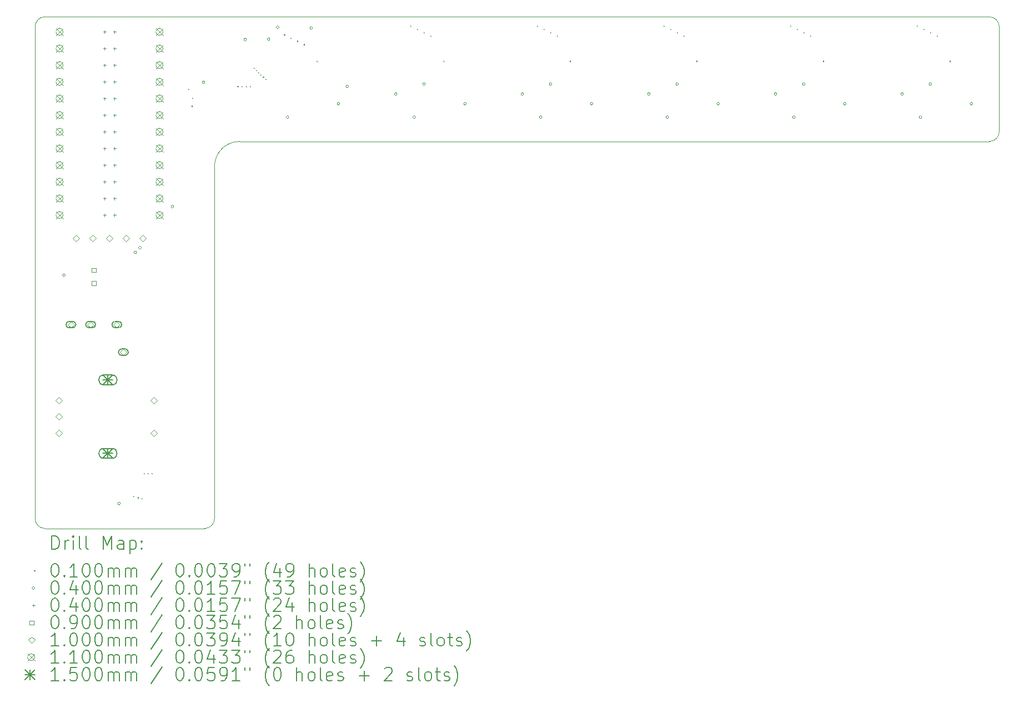
<source format=gbr>
%TF.GenerationSoftware,KiCad,Pcbnew,7.0.8*%
%TF.CreationDate,2023-10-16T23:51:14-07:00*%
%TF.ProjectId,Seismos_CoreR,53656973-6d6f-4735-9f43-6f7265522e6b,rev?*%
%TF.SameCoordinates,Original*%
%TF.FileFunction,Drillmap*%
%TF.FilePolarity,Positive*%
%FSLAX45Y45*%
G04 Gerber Fmt 4.5, Leading zero omitted, Abs format (unit mm)*
G04 Created by KiCad (PCBNEW 7.0.8) date 2023-10-16 23:51:14*
%MOMM*%
%LPD*%
G01*
G04 APERTURE LIST*
%ADD10C,0.100000*%
%ADD11C,0.200000*%
%ADD12C,0.010000*%
%ADD13C,0.040000*%
%ADD14C,0.090000*%
%ADD15C,0.110000*%
%ADD16C,0.150000*%
G04 APERTURE END LIST*
D10*
X5736600Y-9650000D02*
X5736600Y-4281000D01*
X5586600Y-9800000D02*
X3150000Y-9800000D01*
X3000000Y-9650000D02*
X3000000Y-2150000D01*
X3150000Y-2000000D02*
G75*
G03*
X3000000Y-2150000I0J-150000D01*
G01*
X5586600Y-9800000D02*
G75*
G03*
X5736600Y-9650000I0J150000D01*
G01*
X17550000Y-3900000D02*
X6117600Y-3900000D01*
X17550000Y-3900000D02*
G75*
G03*
X17700000Y-3750000I0J150000D01*
G01*
X17700000Y-2150000D02*
G75*
G03*
X17550000Y-2000000I-150000J0D01*
G01*
X3000000Y-9650000D02*
G75*
G03*
X3150000Y-9800000I150000J0D01*
G01*
X6117600Y-3900000D02*
G75*
G03*
X5736600Y-4281000I0J-381000D01*
G01*
X3150000Y-2000000D02*
X17550000Y-2000000D01*
X17700000Y-2150000D02*
X17700000Y-3750000D01*
D11*
D12*
X4495000Y-9300450D02*
X4505000Y-9310450D01*
X4505000Y-9300450D02*
X4495000Y-9310450D01*
X4564306Y-9324306D02*
X4574306Y-9334306D01*
X4574306Y-9324306D02*
X4564306Y-9334306D01*
X4621000Y-9335000D02*
X4631000Y-9345000D01*
X4631000Y-9335000D02*
X4621000Y-9345000D01*
X4655000Y-8955000D02*
X4665000Y-8965000D01*
X4665000Y-8955000D02*
X4655000Y-8965000D01*
X4715000Y-8955000D02*
X4725000Y-8965000D01*
X4725000Y-8955000D02*
X4715000Y-8965000D01*
X4775000Y-8955000D02*
X4785000Y-8965000D01*
X4785000Y-8955000D02*
X4775000Y-8965000D01*
X5335000Y-3095000D02*
X5345000Y-3105000D01*
X5345000Y-3095000D02*
X5335000Y-3105000D01*
X5382650Y-3355000D02*
X5392650Y-3365000D01*
X5392650Y-3355000D02*
X5382650Y-3365000D01*
X5395000Y-3235000D02*
X5405000Y-3245000D01*
X5405000Y-3235000D02*
X5395000Y-3245000D01*
X6083791Y-3057350D02*
X6093791Y-3067350D01*
X6093791Y-3057350D02*
X6083791Y-3067350D01*
X6147986Y-3057304D02*
X6157986Y-3067304D01*
X6157986Y-3057304D02*
X6147986Y-3067304D01*
X6215328Y-3057350D02*
X6225328Y-3067350D01*
X6225328Y-3057350D02*
X6215328Y-3067350D01*
X6275687Y-3055180D02*
X6285687Y-3065180D01*
X6285687Y-3055180D02*
X6275687Y-3065180D01*
X6331926Y-2773597D02*
X6341926Y-2783597D01*
X6341926Y-2773597D02*
X6331926Y-2783597D01*
X6368078Y-2808066D02*
X6378078Y-2818066D01*
X6378078Y-2808066D02*
X6368078Y-2818066D01*
X6403368Y-2843416D02*
X6413368Y-2853416D01*
X6413368Y-2843416D02*
X6403368Y-2853416D01*
X6438761Y-2878663D02*
X6448761Y-2888663D01*
X6448761Y-2878663D02*
X6438761Y-2888663D01*
X6473975Y-2914090D02*
X6483975Y-2924090D01*
X6483975Y-2914090D02*
X6473975Y-2924090D01*
X6511330Y-2947250D02*
X6521330Y-2957250D01*
X6521330Y-2947250D02*
X6511330Y-2957250D01*
X6795000Y-2267300D02*
X6805000Y-2277300D01*
X6805000Y-2267300D02*
X6795000Y-2277300D01*
X6895000Y-2315000D02*
X6905000Y-2325000D01*
X6905000Y-2315000D02*
X6895000Y-2325000D01*
X6995000Y-2365000D02*
X7005000Y-2375000D01*
X7005000Y-2365000D02*
X6995000Y-2375000D01*
X7095000Y-2415000D02*
X7105000Y-2425000D01*
X7105000Y-2415000D02*
X7095000Y-2425000D01*
X7295000Y-2670000D02*
X7305000Y-2680000D01*
X7305000Y-2670000D02*
X7295000Y-2680000D01*
X8725000Y-2135000D02*
X8735000Y-2145000D01*
X8735000Y-2135000D02*
X8725000Y-2145000D01*
X8825000Y-2185000D02*
X8835000Y-2195000D01*
X8835000Y-2185000D02*
X8825000Y-2195000D01*
X8925000Y-2235000D02*
X8935000Y-2245000D01*
X8935000Y-2235000D02*
X8925000Y-2245000D01*
X9025000Y-2285000D02*
X9035000Y-2295000D01*
X9035000Y-2285000D02*
X9025000Y-2295000D01*
X9225000Y-2670000D02*
X9235000Y-2680000D01*
X9235000Y-2670000D02*
X9225000Y-2680000D01*
X10655000Y-2135000D02*
X10665000Y-2145000D01*
X10665000Y-2135000D02*
X10655000Y-2145000D01*
X10755000Y-2185000D02*
X10765000Y-2195000D01*
X10765000Y-2185000D02*
X10755000Y-2195000D01*
X10855000Y-2235000D02*
X10865000Y-2245000D01*
X10865000Y-2235000D02*
X10855000Y-2245000D01*
X10955000Y-2285000D02*
X10965000Y-2295000D01*
X10965000Y-2285000D02*
X10955000Y-2295000D01*
X11155000Y-2670000D02*
X11165000Y-2680000D01*
X11165000Y-2670000D02*
X11155000Y-2680000D01*
X12585000Y-2135000D02*
X12595000Y-2145000D01*
X12595000Y-2135000D02*
X12585000Y-2145000D01*
X12685000Y-2185000D02*
X12695000Y-2195000D01*
X12695000Y-2185000D02*
X12685000Y-2195000D01*
X12785000Y-2235000D02*
X12795000Y-2245000D01*
X12795000Y-2235000D02*
X12785000Y-2245000D01*
X12885000Y-2285000D02*
X12895000Y-2295000D01*
X12895000Y-2285000D02*
X12885000Y-2295000D01*
X13085000Y-2670000D02*
X13095000Y-2680000D01*
X13095000Y-2670000D02*
X13085000Y-2680000D01*
X14515000Y-2135000D02*
X14525000Y-2145000D01*
X14525000Y-2135000D02*
X14515000Y-2145000D01*
X14615000Y-2185000D02*
X14625000Y-2195000D01*
X14625000Y-2185000D02*
X14615000Y-2195000D01*
X14715000Y-2235000D02*
X14725000Y-2245000D01*
X14725000Y-2235000D02*
X14715000Y-2245000D01*
X14815000Y-2285000D02*
X14825000Y-2295000D01*
X14825000Y-2285000D02*
X14815000Y-2295000D01*
X15015000Y-2670000D02*
X15025000Y-2680000D01*
X15025000Y-2670000D02*
X15015000Y-2680000D01*
X16445000Y-2135000D02*
X16455000Y-2145000D01*
X16455000Y-2135000D02*
X16445000Y-2145000D01*
X16545000Y-2185000D02*
X16555000Y-2195000D01*
X16555000Y-2185000D02*
X16545000Y-2195000D01*
X16645000Y-2235000D02*
X16655000Y-2245000D01*
X16655000Y-2235000D02*
X16645000Y-2245000D01*
X16745000Y-2285000D02*
X16755000Y-2295000D01*
X16755000Y-2285000D02*
X16745000Y-2295000D01*
X16945000Y-2670000D02*
X16955000Y-2680000D01*
X16955000Y-2670000D02*
X16945000Y-2680000D01*
D13*
X3460000Y-5940000D02*
G75*
G03*
X3460000Y-5940000I-20000J0D01*
G01*
X4300000Y-9421000D02*
G75*
G03*
X4300000Y-9421000I-20000J0D01*
G01*
X4547863Y-5592135D02*
G75*
G03*
X4547863Y-5592135I-20000J0D01*
G01*
X4620465Y-5519486D02*
G75*
G03*
X4620465Y-5519486I-20000J0D01*
G01*
X5112750Y-4892650D02*
G75*
G03*
X5112750Y-4892650I-20000J0D01*
G01*
X5590000Y-2997500D02*
G75*
G03*
X5590000Y-2997500I-20000J0D01*
G01*
X6225000Y-2345000D02*
G75*
G03*
X6225000Y-2345000I-20000J0D01*
G01*
X6580000Y-2340000D02*
G75*
G03*
X6580000Y-2340000I-20000J0D01*
G01*
X6720000Y-2159000D02*
G75*
G03*
X6720000Y-2159000I-20000J0D01*
G01*
X6870000Y-3529880D02*
G75*
G03*
X6870000Y-3529880I-20000J0D01*
G01*
X7230000Y-2170000D02*
G75*
G03*
X7230000Y-2170000I-20000J0D01*
G01*
X7644810Y-3325070D02*
G75*
G03*
X7644810Y-3325070I-20000J0D01*
G01*
X7780000Y-3060000D02*
G75*
G03*
X7780000Y-3060000I-20000J0D01*
G01*
X8520520Y-3175000D02*
G75*
G03*
X8520520Y-3175000I-20000J0D01*
G01*
X8800000Y-3529880D02*
G75*
G03*
X8800000Y-3529880I-20000J0D01*
G01*
X8950000Y-3025000D02*
G75*
G03*
X8950000Y-3025000I-20000J0D01*
G01*
X9574810Y-3325070D02*
G75*
G03*
X9574810Y-3325070I-20000J0D01*
G01*
X10450520Y-3175000D02*
G75*
G03*
X10450520Y-3175000I-20000J0D01*
G01*
X10730000Y-3529880D02*
G75*
G03*
X10730000Y-3529880I-20000J0D01*
G01*
X10880000Y-3025000D02*
G75*
G03*
X10880000Y-3025000I-20000J0D01*
G01*
X11504810Y-3325070D02*
G75*
G03*
X11504810Y-3325070I-20000J0D01*
G01*
X12380520Y-3175000D02*
G75*
G03*
X12380520Y-3175000I-20000J0D01*
G01*
X12660000Y-3529880D02*
G75*
G03*
X12660000Y-3529880I-20000J0D01*
G01*
X12810000Y-3025000D02*
G75*
G03*
X12810000Y-3025000I-20000J0D01*
G01*
X13434810Y-3325070D02*
G75*
G03*
X13434810Y-3325070I-20000J0D01*
G01*
X14310520Y-3175000D02*
G75*
G03*
X14310520Y-3175000I-20000J0D01*
G01*
X14590000Y-3529880D02*
G75*
G03*
X14590000Y-3529880I-20000J0D01*
G01*
X14740000Y-3025000D02*
G75*
G03*
X14740000Y-3025000I-20000J0D01*
G01*
X15364810Y-3325070D02*
G75*
G03*
X15364810Y-3325070I-20000J0D01*
G01*
X16240520Y-3175000D02*
G75*
G03*
X16240520Y-3175000I-20000J0D01*
G01*
X16520000Y-3529880D02*
G75*
G03*
X16520000Y-3529880I-20000J0D01*
G01*
X16670000Y-3025000D02*
G75*
G03*
X16670000Y-3025000I-20000J0D01*
G01*
X17294810Y-3325070D02*
G75*
G03*
X17294810Y-3325070I-20000J0D01*
G01*
X4058800Y-2208600D02*
X4058800Y-2248600D01*
X4038800Y-2228600D02*
X4078800Y-2228600D01*
X4058800Y-2462600D02*
X4058800Y-2502600D01*
X4038800Y-2482600D02*
X4078800Y-2482600D01*
X4058800Y-2716600D02*
X4058800Y-2756600D01*
X4038800Y-2736600D02*
X4078800Y-2736600D01*
X4058800Y-2970600D02*
X4058800Y-3010600D01*
X4038800Y-2990600D02*
X4078800Y-2990600D01*
X4058800Y-3224600D02*
X4058800Y-3264600D01*
X4038800Y-3244600D02*
X4078800Y-3244600D01*
X4058800Y-3478600D02*
X4058800Y-3518600D01*
X4038800Y-3498600D02*
X4078800Y-3498600D01*
X4058800Y-3732600D02*
X4058800Y-3772600D01*
X4038800Y-3752600D02*
X4078800Y-3752600D01*
X4058800Y-3986600D02*
X4058800Y-4026600D01*
X4038800Y-4006600D02*
X4078800Y-4006600D01*
X4058800Y-4240600D02*
X4058800Y-4280600D01*
X4038800Y-4260600D02*
X4078800Y-4260600D01*
X4058800Y-4494600D02*
X4058800Y-4534600D01*
X4038800Y-4514600D02*
X4078800Y-4514600D01*
X4058800Y-4748600D02*
X4058800Y-4788600D01*
X4038800Y-4768600D02*
X4078800Y-4768600D01*
X4058800Y-5002600D02*
X4058800Y-5042600D01*
X4038800Y-5022600D02*
X4078800Y-5022600D01*
X4211200Y-2208600D02*
X4211200Y-2248600D01*
X4191200Y-2228600D02*
X4231200Y-2228600D01*
X4211200Y-2462600D02*
X4211200Y-2502600D01*
X4191200Y-2482600D02*
X4231200Y-2482600D01*
X4211200Y-2716600D02*
X4211200Y-2756600D01*
X4191200Y-2736600D02*
X4231200Y-2736600D01*
X4211200Y-2970600D02*
X4211200Y-3010600D01*
X4191200Y-2990600D02*
X4231200Y-2990600D01*
X4211200Y-3224600D02*
X4211200Y-3264600D01*
X4191200Y-3244600D02*
X4231200Y-3244600D01*
X4211200Y-3478600D02*
X4211200Y-3518600D01*
X4191200Y-3498600D02*
X4231200Y-3498600D01*
X4211200Y-3732600D02*
X4211200Y-3772600D01*
X4191200Y-3752600D02*
X4231200Y-3752600D01*
X4211200Y-3986600D02*
X4211200Y-4026600D01*
X4191200Y-4006600D02*
X4231200Y-4006600D01*
X4211200Y-4240600D02*
X4211200Y-4280600D01*
X4191200Y-4260600D02*
X4231200Y-4260600D01*
X4211200Y-4494600D02*
X4211200Y-4534600D01*
X4191200Y-4514600D02*
X4231200Y-4514600D01*
X4211200Y-4748600D02*
X4211200Y-4788600D01*
X4191200Y-4768600D02*
X4231200Y-4768600D01*
X4211200Y-5002600D02*
X4211200Y-5042600D01*
X4191200Y-5022600D02*
X4231200Y-5022600D01*
D14*
X3926770Y-5895020D02*
X3926770Y-5831380D01*
X3863130Y-5831380D01*
X3863130Y-5895020D01*
X3926770Y-5895020D01*
X3926770Y-6095020D02*
X3926770Y-6031380D01*
X3863130Y-6031380D01*
X3863130Y-6095020D01*
X3926770Y-6095020D01*
D10*
X3361000Y-7896000D02*
X3411000Y-7846000D01*
X3361000Y-7796000D01*
X3311000Y-7846000D01*
X3361000Y-7896000D01*
X3361000Y-8146000D02*
X3411000Y-8096000D01*
X3361000Y-8046000D01*
X3311000Y-8096000D01*
X3361000Y-8146000D01*
X3361000Y-8396000D02*
X3411000Y-8346000D01*
X3361000Y-8296000D01*
X3311000Y-8346000D01*
X3361000Y-8396000D01*
X3547000Y-6742500D02*
X3597000Y-6692500D01*
X3547000Y-6642500D01*
X3497000Y-6692500D01*
X3547000Y-6742500D01*
D11*
X3522000Y-6742500D02*
X3572000Y-6742500D01*
X3572000Y-6742500D02*
G75*
G03*
X3572000Y-6642500I0J50000D01*
G01*
X3572000Y-6642500D02*
X3522000Y-6642500D01*
X3522000Y-6642500D02*
G75*
G03*
X3522000Y-6742500I0J-50000D01*
G01*
D10*
X3628400Y-5426600D02*
X3678400Y-5376600D01*
X3628400Y-5326600D01*
X3578400Y-5376600D01*
X3628400Y-5426600D01*
X3847000Y-6742500D02*
X3897000Y-6692500D01*
X3847000Y-6642500D01*
X3797000Y-6692500D01*
X3847000Y-6742500D01*
D11*
X3822000Y-6742500D02*
X3872000Y-6742500D01*
X3872000Y-6742500D02*
G75*
G03*
X3872000Y-6642500I0J50000D01*
G01*
X3872000Y-6642500D02*
X3822000Y-6642500D01*
X3822000Y-6642500D02*
G75*
G03*
X3822000Y-6742500I0J-50000D01*
G01*
D10*
X3882400Y-5426600D02*
X3932400Y-5376600D01*
X3882400Y-5326600D01*
X3832400Y-5376600D01*
X3882400Y-5426600D01*
X4136400Y-5426600D02*
X4186400Y-5376600D01*
X4136400Y-5326600D01*
X4086400Y-5376600D01*
X4136400Y-5426600D01*
X4247000Y-6742500D02*
X4297000Y-6692500D01*
X4247000Y-6642500D01*
X4197000Y-6692500D01*
X4247000Y-6742500D01*
D11*
X4222000Y-6742500D02*
X4272000Y-6742500D01*
X4272000Y-6742500D02*
G75*
G03*
X4272000Y-6642500I0J50000D01*
G01*
X4272000Y-6642500D02*
X4222000Y-6642500D01*
X4222000Y-6642500D02*
G75*
G03*
X4222000Y-6742500I0J-50000D01*
G01*
D10*
X4347000Y-7162500D02*
X4397000Y-7112500D01*
X4347000Y-7062500D01*
X4297000Y-7112500D01*
X4347000Y-7162500D01*
D11*
X4322000Y-7162500D02*
X4372000Y-7162500D01*
X4372000Y-7162500D02*
G75*
G03*
X4372000Y-7062500I0J50000D01*
G01*
X4372000Y-7062500D02*
X4322000Y-7062500D01*
X4322000Y-7062500D02*
G75*
G03*
X4322000Y-7162500I0J-50000D01*
G01*
D10*
X4390400Y-5426600D02*
X4440400Y-5376600D01*
X4390400Y-5326600D01*
X4340400Y-5376600D01*
X4390400Y-5426600D01*
X4644400Y-5426600D02*
X4694400Y-5376600D01*
X4644400Y-5326600D01*
X4594400Y-5376600D01*
X4644400Y-5426600D01*
X4811000Y-7896000D02*
X4861000Y-7846000D01*
X4811000Y-7796000D01*
X4761000Y-7846000D01*
X4811000Y-7896000D01*
X4811000Y-8396000D02*
X4861000Y-8346000D01*
X4811000Y-8296000D01*
X4761000Y-8346000D01*
X4811000Y-8396000D01*
D15*
X3318000Y-2173600D02*
X3428000Y-2283600D01*
X3428000Y-2173600D02*
X3318000Y-2283600D01*
X3428000Y-2228600D02*
G75*
G03*
X3428000Y-2228600I-55000J0D01*
G01*
X3318000Y-2173600D02*
X3428000Y-2283600D01*
X3428000Y-2173600D02*
X3318000Y-2283600D01*
X3428000Y-2228600D02*
G75*
G03*
X3428000Y-2228600I-55000J0D01*
G01*
X3318000Y-2427600D02*
X3428000Y-2537600D01*
X3428000Y-2427600D02*
X3318000Y-2537600D01*
X3428000Y-2482600D02*
G75*
G03*
X3428000Y-2482600I-55000J0D01*
G01*
X3318000Y-2681600D02*
X3428000Y-2791600D01*
X3428000Y-2681600D02*
X3318000Y-2791600D01*
X3428000Y-2736600D02*
G75*
G03*
X3428000Y-2736600I-55000J0D01*
G01*
X3318000Y-2935600D02*
X3428000Y-3045600D01*
X3428000Y-2935600D02*
X3318000Y-3045600D01*
X3428000Y-2990600D02*
G75*
G03*
X3428000Y-2990600I-55000J0D01*
G01*
X3318000Y-3189600D02*
X3428000Y-3299600D01*
X3428000Y-3189600D02*
X3318000Y-3299600D01*
X3428000Y-3244600D02*
G75*
G03*
X3428000Y-3244600I-55000J0D01*
G01*
X3318000Y-3443600D02*
X3428000Y-3553600D01*
X3428000Y-3443600D02*
X3318000Y-3553600D01*
X3428000Y-3498600D02*
G75*
G03*
X3428000Y-3498600I-55000J0D01*
G01*
X3318000Y-3697600D02*
X3428000Y-3807600D01*
X3428000Y-3697600D02*
X3318000Y-3807600D01*
X3428000Y-3752600D02*
G75*
G03*
X3428000Y-3752600I-55000J0D01*
G01*
X3318000Y-3951600D02*
X3428000Y-4061600D01*
X3428000Y-3951600D02*
X3318000Y-4061600D01*
X3428000Y-4006600D02*
G75*
G03*
X3428000Y-4006600I-55000J0D01*
G01*
X3318000Y-4205600D02*
X3428000Y-4315600D01*
X3428000Y-4205600D02*
X3318000Y-4315600D01*
X3428000Y-4260600D02*
G75*
G03*
X3428000Y-4260600I-55000J0D01*
G01*
X3318000Y-4459600D02*
X3428000Y-4569600D01*
X3428000Y-4459600D02*
X3318000Y-4569600D01*
X3428000Y-4514600D02*
G75*
G03*
X3428000Y-4514600I-55000J0D01*
G01*
X3318000Y-4713600D02*
X3428000Y-4823600D01*
X3428000Y-4713600D02*
X3318000Y-4823600D01*
X3428000Y-4768600D02*
G75*
G03*
X3428000Y-4768600I-55000J0D01*
G01*
X3318000Y-4967600D02*
X3428000Y-5077600D01*
X3428000Y-4967600D02*
X3318000Y-5077600D01*
X3428000Y-5022600D02*
G75*
G03*
X3428000Y-5022600I-55000J0D01*
G01*
X4842000Y-2173600D02*
X4952000Y-2283600D01*
X4952000Y-2173600D02*
X4842000Y-2283600D01*
X4952000Y-2228600D02*
G75*
G03*
X4952000Y-2228600I-55000J0D01*
G01*
X4842000Y-2173600D02*
X4952000Y-2283600D01*
X4952000Y-2173600D02*
X4842000Y-2283600D01*
X4952000Y-2228600D02*
G75*
G03*
X4952000Y-2228600I-55000J0D01*
G01*
X4842000Y-2427600D02*
X4952000Y-2537600D01*
X4952000Y-2427600D02*
X4842000Y-2537600D01*
X4952000Y-2482600D02*
G75*
G03*
X4952000Y-2482600I-55000J0D01*
G01*
X4842000Y-2681600D02*
X4952000Y-2791600D01*
X4952000Y-2681600D02*
X4842000Y-2791600D01*
X4952000Y-2736600D02*
G75*
G03*
X4952000Y-2736600I-55000J0D01*
G01*
X4842000Y-2935600D02*
X4952000Y-3045600D01*
X4952000Y-2935600D02*
X4842000Y-3045600D01*
X4952000Y-2990600D02*
G75*
G03*
X4952000Y-2990600I-55000J0D01*
G01*
X4842000Y-3189600D02*
X4952000Y-3299600D01*
X4952000Y-3189600D02*
X4842000Y-3299600D01*
X4952000Y-3244600D02*
G75*
G03*
X4952000Y-3244600I-55000J0D01*
G01*
X4842000Y-3443600D02*
X4952000Y-3553600D01*
X4952000Y-3443600D02*
X4842000Y-3553600D01*
X4952000Y-3498600D02*
G75*
G03*
X4952000Y-3498600I-55000J0D01*
G01*
X4842000Y-3697600D02*
X4952000Y-3807600D01*
X4952000Y-3697600D02*
X4842000Y-3807600D01*
X4952000Y-3752600D02*
G75*
G03*
X4952000Y-3752600I-55000J0D01*
G01*
X4842000Y-3951600D02*
X4952000Y-4061600D01*
X4952000Y-3951600D02*
X4842000Y-4061600D01*
X4952000Y-4006600D02*
G75*
G03*
X4952000Y-4006600I-55000J0D01*
G01*
X4842000Y-4205600D02*
X4952000Y-4315600D01*
X4952000Y-4205600D02*
X4842000Y-4315600D01*
X4952000Y-4260600D02*
G75*
G03*
X4952000Y-4260600I-55000J0D01*
G01*
X4842000Y-4459600D02*
X4952000Y-4569600D01*
X4952000Y-4459600D02*
X4842000Y-4569600D01*
X4952000Y-4514600D02*
G75*
G03*
X4952000Y-4514600I-55000J0D01*
G01*
X4842000Y-4713600D02*
X4952000Y-4823600D01*
X4952000Y-4713600D02*
X4842000Y-4823600D01*
X4952000Y-4768600D02*
G75*
G03*
X4952000Y-4768600I-55000J0D01*
G01*
X4842000Y-4967600D02*
X4952000Y-5077600D01*
X4952000Y-4967600D02*
X4842000Y-5077600D01*
X4952000Y-5022600D02*
G75*
G03*
X4952000Y-5022600I-55000J0D01*
G01*
D16*
X4036000Y-7461000D02*
X4186000Y-7611000D01*
X4186000Y-7461000D02*
X4036000Y-7611000D01*
X4111000Y-7461000D02*
X4111000Y-7611000D01*
X4036000Y-7536000D02*
X4186000Y-7536000D01*
D11*
X4046000Y-7611000D02*
X4176000Y-7611000D01*
X4176000Y-7611000D02*
G75*
G03*
X4176000Y-7461000I0J75000D01*
G01*
X4176000Y-7461000D02*
X4046000Y-7461000D01*
X4046000Y-7461000D02*
G75*
G03*
X4046000Y-7611000I0J-75000D01*
G01*
D16*
X4036000Y-8581000D02*
X4186000Y-8731000D01*
X4186000Y-8581000D02*
X4036000Y-8731000D01*
X4111000Y-8581000D02*
X4111000Y-8731000D01*
X4036000Y-8656000D02*
X4186000Y-8656000D01*
D11*
X4046000Y-8731000D02*
X4176000Y-8731000D01*
X4176000Y-8731000D02*
G75*
G03*
X4176000Y-8581000I0J75000D01*
G01*
X4176000Y-8581000D02*
X4046000Y-8581000D01*
X4046000Y-8581000D02*
G75*
G03*
X4046000Y-8731000I0J-75000D01*
G01*
X3255777Y-10116484D02*
X3255777Y-9916484D01*
X3255777Y-9916484D02*
X3303396Y-9916484D01*
X3303396Y-9916484D02*
X3331967Y-9926008D01*
X3331967Y-9926008D02*
X3351015Y-9945055D01*
X3351015Y-9945055D02*
X3360539Y-9964103D01*
X3360539Y-9964103D02*
X3370062Y-10002198D01*
X3370062Y-10002198D02*
X3370062Y-10030770D01*
X3370062Y-10030770D02*
X3360539Y-10068865D01*
X3360539Y-10068865D02*
X3351015Y-10087912D01*
X3351015Y-10087912D02*
X3331967Y-10106960D01*
X3331967Y-10106960D02*
X3303396Y-10116484D01*
X3303396Y-10116484D02*
X3255777Y-10116484D01*
X3455777Y-10116484D02*
X3455777Y-9983150D01*
X3455777Y-10021246D02*
X3465301Y-10002198D01*
X3465301Y-10002198D02*
X3474824Y-9992674D01*
X3474824Y-9992674D02*
X3493872Y-9983150D01*
X3493872Y-9983150D02*
X3512920Y-9983150D01*
X3579586Y-10116484D02*
X3579586Y-9983150D01*
X3579586Y-9916484D02*
X3570062Y-9926008D01*
X3570062Y-9926008D02*
X3579586Y-9935531D01*
X3579586Y-9935531D02*
X3589110Y-9926008D01*
X3589110Y-9926008D02*
X3579586Y-9916484D01*
X3579586Y-9916484D02*
X3579586Y-9935531D01*
X3703396Y-10116484D02*
X3684348Y-10106960D01*
X3684348Y-10106960D02*
X3674824Y-10087912D01*
X3674824Y-10087912D02*
X3674824Y-9916484D01*
X3808158Y-10116484D02*
X3789110Y-10106960D01*
X3789110Y-10106960D02*
X3779586Y-10087912D01*
X3779586Y-10087912D02*
X3779586Y-9916484D01*
X4036729Y-10116484D02*
X4036729Y-9916484D01*
X4036729Y-9916484D02*
X4103396Y-10059341D01*
X4103396Y-10059341D02*
X4170062Y-9916484D01*
X4170062Y-9916484D02*
X4170062Y-10116484D01*
X4351015Y-10116484D02*
X4351015Y-10011722D01*
X4351015Y-10011722D02*
X4341491Y-9992674D01*
X4341491Y-9992674D02*
X4322444Y-9983150D01*
X4322444Y-9983150D02*
X4284348Y-9983150D01*
X4284348Y-9983150D02*
X4265301Y-9992674D01*
X4351015Y-10106960D02*
X4331967Y-10116484D01*
X4331967Y-10116484D02*
X4284348Y-10116484D01*
X4284348Y-10116484D02*
X4265301Y-10106960D01*
X4265301Y-10106960D02*
X4255777Y-10087912D01*
X4255777Y-10087912D02*
X4255777Y-10068865D01*
X4255777Y-10068865D02*
X4265301Y-10049817D01*
X4265301Y-10049817D02*
X4284348Y-10040293D01*
X4284348Y-10040293D02*
X4331967Y-10040293D01*
X4331967Y-10040293D02*
X4351015Y-10030770D01*
X4446253Y-9983150D02*
X4446253Y-10183150D01*
X4446253Y-9992674D02*
X4465301Y-9983150D01*
X4465301Y-9983150D02*
X4503396Y-9983150D01*
X4503396Y-9983150D02*
X4522444Y-9992674D01*
X4522444Y-9992674D02*
X4531967Y-10002198D01*
X4531967Y-10002198D02*
X4541491Y-10021246D01*
X4541491Y-10021246D02*
X4541491Y-10078389D01*
X4541491Y-10078389D02*
X4531967Y-10097436D01*
X4531967Y-10097436D02*
X4522444Y-10106960D01*
X4522444Y-10106960D02*
X4503396Y-10116484D01*
X4503396Y-10116484D02*
X4465301Y-10116484D01*
X4465301Y-10116484D02*
X4446253Y-10106960D01*
X4627205Y-10097436D02*
X4636729Y-10106960D01*
X4636729Y-10106960D02*
X4627205Y-10116484D01*
X4627205Y-10116484D02*
X4617682Y-10106960D01*
X4617682Y-10106960D02*
X4627205Y-10097436D01*
X4627205Y-10097436D02*
X4627205Y-10116484D01*
X4627205Y-9992674D02*
X4636729Y-10002198D01*
X4636729Y-10002198D02*
X4627205Y-10011722D01*
X4627205Y-10011722D02*
X4617682Y-10002198D01*
X4617682Y-10002198D02*
X4627205Y-9992674D01*
X4627205Y-9992674D02*
X4627205Y-10011722D01*
D12*
X2985000Y-10440000D02*
X2995000Y-10450000D01*
X2995000Y-10440000D02*
X2985000Y-10450000D01*
D11*
X3293872Y-10336484D02*
X3312920Y-10336484D01*
X3312920Y-10336484D02*
X3331967Y-10346008D01*
X3331967Y-10346008D02*
X3341491Y-10355531D01*
X3341491Y-10355531D02*
X3351015Y-10374579D01*
X3351015Y-10374579D02*
X3360539Y-10412674D01*
X3360539Y-10412674D02*
X3360539Y-10460293D01*
X3360539Y-10460293D02*
X3351015Y-10498389D01*
X3351015Y-10498389D02*
X3341491Y-10517436D01*
X3341491Y-10517436D02*
X3331967Y-10526960D01*
X3331967Y-10526960D02*
X3312920Y-10536484D01*
X3312920Y-10536484D02*
X3293872Y-10536484D01*
X3293872Y-10536484D02*
X3274824Y-10526960D01*
X3274824Y-10526960D02*
X3265301Y-10517436D01*
X3265301Y-10517436D02*
X3255777Y-10498389D01*
X3255777Y-10498389D02*
X3246253Y-10460293D01*
X3246253Y-10460293D02*
X3246253Y-10412674D01*
X3246253Y-10412674D02*
X3255777Y-10374579D01*
X3255777Y-10374579D02*
X3265301Y-10355531D01*
X3265301Y-10355531D02*
X3274824Y-10346008D01*
X3274824Y-10346008D02*
X3293872Y-10336484D01*
X3446253Y-10517436D02*
X3455777Y-10526960D01*
X3455777Y-10526960D02*
X3446253Y-10536484D01*
X3446253Y-10536484D02*
X3436729Y-10526960D01*
X3436729Y-10526960D02*
X3446253Y-10517436D01*
X3446253Y-10517436D02*
X3446253Y-10536484D01*
X3646253Y-10536484D02*
X3531967Y-10536484D01*
X3589110Y-10536484D02*
X3589110Y-10336484D01*
X3589110Y-10336484D02*
X3570062Y-10365055D01*
X3570062Y-10365055D02*
X3551015Y-10384103D01*
X3551015Y-10384103D02*
X3531967Y-10393627D01*
X3770062Y-10336484D02*
X3789110Y-10336484D01*
X3789110Y-10336484D02*
X3808158Y-10346008D01*
X3808158Y-10346008D02*
X3817682Y-10355531D01*
X3817682Y-10355531D02*
X3827205Y-10374579D01*
X3827205Y-10374579D02*
X3836729Y-10412674D01*
X3836729Y-10412674D02*
X3836729Y-10460293D01*
X3836729Y-10460293D02*
X3827205Y-10498389D01*
X3827205Y-10498389D02*
X3817682Y-10517436D01*
X3817682Y-10517436D02*
X3808158Y-10526960D01*
X3808158Y-10526960D02*
X3789110Y-10536484D01*
X3789110Y-10536484D02*
X3770062Y-10536484D01*
X3770062Y-10536484D02*
X3751015Y-10526960D01*
X3751015Y-10526960D02*
X3741491Y-10517436D01*
X3741491Y-10517436D02*
X3731967Y-10498389D01*
X3731967Y-10498389D02*
X3722443Y-10460293D01*
X3722443Y-10460293D02*
X3722443Y-10412674D01*
X3722443Y-10412674D02*
X3731967Y-10374579D01*
X3731967Y-10374579D02*
X3741491Y-10355531D01*
X3741491Y-10355531D02*
X3751015Y-10346008D01*
X3751015Y-10346008D02*
X3770062Y-10336484D01*
X3960539Y-10336484D02*
X3979586Y-10336484D01*
X3979586Y-10336484D02*
X3998634Y-10346008D01*
X3998634Y-10346008D02*
X4008158Y-10355531D01*
X4008158Y-10355531D02*
X4017682Y-10374579D01*
X4017682Y-10374579D02*
X4027205Y-10412674D01*
X4027205Y-10412674D02*
X4027205Y-10460293D01*
X4027205Y-10460293D02*
X4017682Y-10498389D01*
X4017682Y-10498389D02*
X4008158Y-10517436D01*
X4008158Y-10517436D02*
X3998634Y-10526960D01*
X3998634Y-10526960D02*
X3979586Y-10536484D01*
X3979586Y-10536484D02*
X3960539Y-10536484D01*
X3960539Y-10536484D02*
X3941491Y-10526960D01*
X3941491Y-10526960D02*
X3931967Y-10517436D01*
X3931967Y-10517436D02*
X3922443Y-10498389D01*
X3922443Y-10498389D02*
X3912920Y-10460293D01*
X3912920Y-10460293D02*
X3912920Y-10412674D01*
X3912920Y-10412674D02*
X3922443Y-10374579D01*
X3922443Y-10374579D02*
X3931967Y-10355531D01*
X3931967Y-10355531D02*
X3941491Y-10346008D01*
X3941491Y-10346008D02*
X3960539Y-10336484D01*
X4112920Y-10536484D02*
X4112920Y-10403150D01*
X4112920Y-10422198D02*
X4122443Y-10412674D01*
X4122443Y-10412674D02*
X4141491Y-10403150D01*
X4141491Y-10403150D02*
X4170063Y-10403150D01*
X4170063Y-10403150D02*
X4189110Y-10412674D01*
X4189110Y-10412674D02*
X4198634Y-10431722D01*
X4198634Y-10431722D02*
X4198634Y-10536484D01*
X4198634Y-10431722D02*
X4208158Y-10412674D01*
X4208158Y-10412674D02*
X4227205Y-10403150D01*
X4227205Y-10403150D02*
X4255777Y-10403150D01*
X4255777Y-10403150D02*
X4274825Y-10412674D01*
X4274825Y-10412674D02*
X4284348Y-10431722D01*
X4284348Y-10431722D02*
X4284348Y-10536484D01*
X4379586Y-10536484D02*
X4379586Y-10403150D01*
X4379586Y-10422198D02*
X4389110Y-10412674D01*
X4389110Y-10412674D02*
X4408158Y-10403150D01*
X4408158Y-10403150D02*
X4436729Y-10403150D01*
X4436729Y-10403150D02*
X4455777Y-10412674D01*
X4455777Y-10412674D02*
X4465301Y-10431722D01*
X4465301Y-10431722D02*
X4465301Y-10536484D01*
X4465301Y-10431722D02*
X4474825Y-10412674D01*
X4474825Y-10412674D02*
X4493872Y-10403150D01*
X4493872Y-10403150D02*
X4522444Y-10403150D01*
X4522444Y-10403150D02*
X4541491Y-10412674D01*
X4541491Y-10412674D02*
X4551015Y-10431722D01*
X4551015Y-10431722D02*
X4551015Y-10536484D01*
X4941491Y-10326960D02*
X4770063Y-10584103D01*
X5198634Y-10336484D02*
X5217682Y-10336484D01*
X5217682Y-10336484D02*
X5236729Y-10346008D01*
X5236729Y-10346008D02*
X5246253Y-10355531D01*
X5246253Y-10355531D02*
X5255777Y-10374579D01*
X5255777Y-10374579D02*
X5265301Y-10412674D01*
X5265301Y-10412674D02*
X5265301Y-10460293D01*
X5265301Y-10460293D02*
X5255777Y-10498389D01*
X5255777Y-10498389D02*
X5246253Y-10517436D01*
X5246253Y-10517436D02*
X5236729Y-10526960D01*
X5236729Y-10526960D02*
X5217682Y-10536484D01*
X5217682Y-10536484D02*
X5198634Y-10536484D01*
X5198634Y-10536484D02*
X5179587Y-10526960D01*
X5179587Y-10526960D02*
X5170063Y-10517436D01*
X5170063Y-10517436D02*
X5160539Y-10498389D01*
X5160539Y-10498389D02*
X5151015Y-10460293D01*
X5151015Y-10460293D02*
X5151015Y-10412674D01*
X5151015Y-10412674D02*
X5160539Y-10374579D01*
X5160539Y-10374579D02*
X5170063Y-10355531D01*
X5170063Y-10355531D02*
X5179587Y-10346008D01*
X5179587Y-10346008D02*
X5198634Y-10336484D01*
X5351015Y-10517436D02*
X5360539Y-10526960D01*
X5360539Y-10526960D02*
X5351015Y-10536484D01*
X5351015Y-10536484D02*
X5341491Y-10526960D01*
X5341491Y-10526960D02*
X5351015Y-10517436D01*
X5351015Y-10517436D02*
X5351015Y-10536484D01*
X5484348Y-10336484D02*
X5503396Y-10336484D01*
X5503396Y-10336484D02*
X5522444Y-10346008D01*
X5522444Y-10346008D02*
X5531968Y-10355531D01*
X5531968Y-10355531D02*
X5541491Y-10374579D01*
X5541491Y-10374579D02*
X5551015Y-10412674D01*
X5551015Y-10412674D02*
X5551015Y-10460293D01*
X5551015Y-10460293D02*
X5541491Y-10498389D01*
X5541491Y-10498389D02*
X5531968Y-10517436D01*
X5531968Y-10517436D02*
X5522444Y-10526960D01*
X5522444Y-10526960D02*
X5503396Y-10536484D01*
X5503396Y-10536484D02*
X5484348Y-10536484D01*
X5484348Y-10536484D02*
X5465301Y-10526960D01*
X5465301Y-10526960D02*
X5455777Y-10517436D01*
X5455777Y-10517436D02*
X5446253Y-10498389D01*
X5446253Y-10498389D02*
X5436729Y-10460293D01*
X5436729Y-10460293D02*
X5436729Y-10412674D01*
X5436729Y-10412674D02*
X5446253Y-10374579D01*
X5446253Y-10374579D02*
X5455777Y-10355531D01*
X5455777Y-10355531D02*
X5465301Y-10346008D01*
X5465301Y-10346008D02*
X5484348Y-10336484D01*
X5674825Y-10336484D02*
X5693872Y-10336484D01*
X5693872Y-10336484D02*
X5712920Y-10346008D01*
X5712920Y-10346008D02*
X5722444Y-10355531D01*
X5722444Y-10355531D02*
X5731967Y-10374579D01*
X5731967Y-10374579D02*
X5741491Y-10412674D01*
X5741491Y-10412674D02*
X5741491Y-10460293D01*
X5741491Y-10460293D02*
X5731967Y-10498389D01*
X5731967Y-10498389D02*
X5722444Y-10517436D01*
X5722444Y-10517436D02*
X5712920Y-10526960D01*
X5712920Y-10526960D02*
X5693872Y-10536484D01*
X5693872Y-10536484D02*
X5674825Y-10536484D01*
X5674825Y-10536484D02*
X5655777Y-10526960D01*
X5655777Y-10526960D02*
X5646253Y-10517436D01*
X5646253Y-10517436D02*
X5636729Y-10498389D01*
X5636729Y-10498389D02*
X5627206Y-10460293D01*
X5627206Y-10460293D02*
X5627206Y-10412674D01*
X5627206Y-10412674D02*
X5636729Y-10374579D01*
X5636729Y-10374579D02*
X5646253Y-10355531D01*
X5646253Y-10355531D02*
X5655777Y-10346008D01*
X5655777Y-10346008D02*
X5674825Y-10336484D01*
X5808158Y-10336484D02*
X5931967Y-10336484D01*
X5931967Y-10336484D02*
X5865301Y-10412674D01*
X5865301Y-10412674D02*
X5893872Y-10412674D01*
X5893872Y-10412674D02*
X5912920Y-10422198D01*
X5912920Y-10422198D02*
X5922444Y-10431722D01*
X5922444Y-10431722D02*
X5931967Y-10450770D01*
X5931967Y-10450770D02*
X5931967Y-10498389D01*
X5931967Y-10498389D02*
X5922444Y-10517436D01*
X5922444Y-10517436D02*
X5912920Y-10526960D01*
X5912920Y-10526960D02*
X5893872Y-10536484D01*
X5893872Y-10536484D02*
X5836729Y-10536484D01*
X5836729Y-10536484D02*
X5817682Y-10526960D01*
X5817682Y-10526960D02*
X5808158Y-10517436D01*
X6027206Y-10536484D02*
X6065301Y-10536484D01*
X6065301Y-10536484D02*
X6084348Y-10526960D01*
X6084348Y-10526960D02*
X6093872Y-10517436D01*
X6093872Y-10517436D02*
X6112920Y-10488865D01*
X6112920Y-10488865D02*
X6122444Y-10450770D01*
X6122444Y-10450770D02*
X6122444Y-10374579D01*
X6122444Y-10374579D02*
X6112920Y-10355531D01*
X6112920Y-10355531D02*
X6103396Y-10346008D01*
X6103396Y-10346008D02*
X6084348Y-10336484D01*
X6084348Y-10336484D02*
X6046253Y-10336484D01*
X6046253Y-10336484D02*
X6027206Y-10346008D01*
X6027206Y-10346008D02*
X6017682Y-10355531D01*
X6017682Y-10355531D02*
X6008158Y-10374579D01*
X6008158Y-10374579D02*
X6008158Y-10422198D01*
X6008158Y-10422198D02*
X6017682Y-10441246D01*
X6017682Y-10441246D02*
X6027206Y-10450770D01*
X6027206Y-10450770D02*
X6046253Y-10460293D01*
X6046253Y-10460293D02*
X6084348Y-10460293D01*
X6084348Y-10460293D02*
X6103396Y-10450770D01*
X6103396Y-10450770D02*
X6112920Y-10441246D01*
X6112920Y-10441246D02*
X6122444Y-10422198D01*
X6198634Y-10336484D02*
X6198634Y-10374579D01*
X6274825Y-10336484D02*
X6274825Y-10374579D01*
X6570063Y-10612674D02*
X6560539Y-10603150D01*
X6560539Y-10603150D02*
X6541491Y-10574579D01*
X6541491Y-10574579D02*
X6531968Y-10555531D01*
X6531968Y-10555531D02*
X6522444Y-10526960D01*
X6522444Y-10526960D02*
X6512920Y-10479341D01*
X6512920Y-10479341D02*
X6512920Y-10441246D01*
X6512920Y-10441246D02*
X6522444Y-10393627D01*
X6522444Y-10393627D02*
X6531968Y-10365055D01*
X6531968Y-10365055D02*
X6541491Y-10346008D01*
X6541491Y-10346008D02*
X6560539Y-10317436D01*
X6560539Y-10317436D02*
X6570063Y-10307912D01*
X6731968Y-10403150D02*
X6731968Y-10536484D01*
X6684348Y-10326960D02*
X6636729Y-10469817D01*
X6636729Y-10469817D02*
X6760539Y-10469817D01*
X6846253Y-10536484D02*
X6884348Y-10536484D01*
X6884348Y-10536484D02*
X6903396Y-10526960D01*
X6903396Y-10526960D02*
X6912920Y-10517436D01*
X6912920Y-10517436D02*
X6931968Y-10488865D01*
X6931968Y-10488865D02*
X6941491Y-10450770D01*
X6941491Y-10450770D02*
X6941491Y-10374579D01*
X6941491Y-10374579D02*
X6931968Y-10355531D01*
X6931968Y-10355531D02*
X6922444Y-10346008D01*
X6922444Y-10346008D02*
X6903396Y-10336484D01*
X6903396Y-10336484D02*
X6865301Y-10336484D01*
X6865301Y-10336484D02*
X6846253Y-10346008D01*
X6846253Y-10346008D02*
X6836729Y-10355531D01*
X6836729Y-10355531D02*
X6827206Y-10374579D01*
X6827206Y-10374579D02*
X6827206Y-10422198D01*
X6827206Y-10422198D02*
X6836729Y-10441246D01*
X6836729Y-10441246D02*
X6846253Y-10450770D01*
X6846253Y-10450770D02*
X6865301Y-10460293D01*
X6865301Y-10460293D02*
X6903396Y-10460293D01*
X6903396Y-10460293D02*
X6922444Y-10450770D01*
X6922444Y-10450770D02*
X6931968Y-10441246D01*
X6931968Y-10441246D02*
X6941491Y-10422198D01*
X7179587Y-10536484D02*
X7179587Y-10336484D01*
X7265301Y-10536484D02*
X7265301Y-10431722D01*
X7265301Y-10431722D02*
X7255777Y-10412674D01*
X7255777Y-10412674D02*
X7236730Y-10403150D01*
X7236730Y-10403150D02*
X7208158Y-10403150D01*
X7208158Y-10403150D02*
X7189110Y-10412674D01*
X7189110Y-10412674D02*
X7179587Y-10422198D01*
X7389110Y-10536484D02*
X7370063Y-10526960D01*
X7370063Y-10526960D02*
X7360539Y-10517436D01*
X7360539Y-10517436D02*
X7351015Y-10498389D01*
X7351015Y-10498389D02*
X7351015Y-10441246D01*
X7351015Y-10441246D02*
X7360539Y-10422198D01*
X7360539Y-10422198D02*
X7370063Y-10412674D01*
X7370063Y-10412674D02*
X7389110Y-10403150D01*
X7389110Y-10403150D02*
X7417682Y-10403150D01*
X7417682Y-10403150D02*
X7436730Y-10412674D01*
X7436730Y-10412674D02*
X7446253Y-10422198D01*
X7446253Y-10422198D02*
X7455777Y-10441246D01*
X7455777Y-10441246D02*
X7455777Y-10498389D01*
X7455777Y-10498389D02*
X7446253Y-10517436D01*
X7446253Y-10517436D02*
X7436730Y-10526960D01*
X7436730Y-10526960D02*
X7417682Y-10536484D01*
X7417682Y-10536484D02*
X7389110Y-10536484D01*
X7570063Y-10536484D02*
X7551015Y-10526960D01*
X7551015Y-10526960D02*
X7541491Y-10507912D01*
X7541491Y-10507912D02*
X7541491Y-10336484D01*
X7722444Y-10526960D02*
X7703396Y-10536484D01*
X7703396Y-10536484D02*
X7665301Y-10536484D01*
X7665301Y-10536484D02*
X7646253Y-10526960D01*
X7646253Y-10526960D02*
X7636730Y-10507912D01*
X7636730Y-10507912D02*
X7636730Y-10431722D01*
X7636730Y-10431722D02*
X7646253Y-10412674D01*
X7646253Y-10412674D02*
X7665301Y-10403150D01*
X7665301Y-10403150D02*
X7703396Y-10403150D01*
X7703396Y-10403150D02*
X7722444Y-10412674D01*
X7722444Y-10412674D02*
X7731968Y-10431722D01*
X7731968Y-10431722D02*
X7731968Y-10450770D01*
X7731968Y-10450770D02*
X7636730Y-10469817D01*
X7808158Y-10526960D02*
X7827206Y-10536484D01*
X7827206Y-10536484D02*
X7865301Y-10536484D01*
X7865301Y-10536484D02*
X7884349Y-10526960D01*
X7884349Y-10526960D02*
X7893872Y-10507912D01*
X7893872Y-10507912D02*
X7893872Y-10498389D01*
X7893872Y-10498389D02*
X7884349Y-10479341D01*
X7884349Y-10479341D02*
X7865301Y-10469817D01*
X7865301Y-10469817D02*
X7836730Y-10469817D01*
X7836730Y-10469817D02*
X7817682Y-10460293D01*
X7817682Y-10460293D02*
X7808158Y-10441246D01*
X7808158Y-10441246D02*
X7808158Y-10431722D01*
X7808158Y-10431722D02*
X7817682Y-10412674D01*
X7817682Y-10412674D02*
X7836730Y-10403150D01*
X7836730Y-10403150D02*
X7865301Y-10403150D01*
X7865301Y-10403150D02*
X7884349Y-10412674D01*
X7960539Y-10612674D02*
X7970063Y-10603150D01*
X7970063Y-10603150D02*
X7989111Y-10574579D01*
X7989111Y-10574579D02*
X7998634Y-10555531D01*
X7998634Y-10555531D02*
X8008158Y-10526960D01*
X8008158Y-10526960D02*
X8017682Y-10479341D01*
X8017682Y-10479341D02*
X8017682Y-10441246D01*
X8017682Y-10441246D02*
X8008158Y-10393627D01*
X8008158Y-10393627D02*
X7998634Y-10365055D01*
X7998634Y-10365055D02*
X7989111Y-10346008D01*
X7989111Y-10346008D02*
X7970063Y-10317436D01*
X7970063Y-10317436D02*
X7960539Y-10307912D01*
D13*
X2995000Y-10709000D02*
G75*
G03*
X2995000Y-10709000I-20000J0D01*
G01*
D11*
X3293872Y-10600484D02*
X3312920Y-10600484D01*
X3312920Y-10600484D02*
X3331967Y-10610008D01*
X3331967Y-10610008D02*
X3341491Y-10619531D01*
X3341491Y-10619531D02*
X3351015Y-10638579D01*
X3351015Y-10638579D02*
X3360539Y-10676674D01*
X3360539Y-10676674D02*
X3360539Y-10724293D01*
X3360539Y-10724293D02*
X3351015Y-10762389D01*
X3351015Y-10762389D02*
X3341491Y-10781436D01*
X3341491Y-10781436D02*
X3331967Y-10790960D01*
X3331967Y-10790960D02*
X3312920Y-10800484D01*
X3312920Y-10800484D02*
X3293872Y-10800484D01*
X3293872Y-10800484D02*
X3274824Y-10790960D01*
X3274824Y-10790960D02*
X3265301Y-10781436D01*
X3265301Y-10781436D02*
X3255777Y-10762389D01*
X3255777Y-10762389D02*
X3246253Y-10724293D01*
X3246253Y-10724293D02*
X3246253Y-10676674D01*
X3246253Y-10676674D02*
X3255777Y-10638579D01*
X3255777Y-10638579D02*
X3265301Y-10619531D01*
X3265301Y-10619531D02*
X3274824Y-10610008D01*
X3274824Y-10610008D02*
X3293872Y-10600484D01*
X3446253Y-10781436D02*
X3455777Y-10790960D01*
X3455777Y-10790960D02*
X3446253Y-10800484D01*
X3446253Y-10800484D02*
X3436729Y-10790960D01*
X3436729Y-10790960D02*
X3446253Y-10781436D01*
X3446253Y-10781436D02*
X3446253Y-10800484D01*
X3627205Y-10667150D02*
X3627205Y-10800484D01*
X3579586Y-10590960D02*
X3531967Y-10733817D01*
X3531967Y-10733817D02*
X3655777Y-10733817D01*
X3770062Y-10600484D02*
X3789110Y-10600484D01*
X3789110Y-10600484D02*
X3808158Y-10610008D01*
X3808158Y-10610008D02*
X3817682Y-10619531D01*
X3817682Y-10619531D02*
X3827205Y-10638579D01*
X3827205Y-10638579D02*
X3836729Y-10676674D01*
X3836729Y-10676674D02*
X3836729Y-10724293D01*
X3836729Y-10724293D02*
X3827205Y-10762389D01*
X3827205Y-10762389D02*
X3817682Y-10781436D01*
X3817682Y-10781436D02*
X3808158Y-10790960D01*
X3808158Y-10790960D02*
X3789110Y-10800484D01*
X3789110Y-10800484D02*
X3770062Y-10800484D01*
X3770062Y-10800484D02*
X3751015Y-10790960D01*
X3751015Y-10790960D02*
X3741491Y-10781436D01*
X3741491Y-10781436D02*
X3731967Y-10762389D01*
X3731967Y-10762389D02*
X3722443Y-10724293D01*
X3722443Y-10724293D02*
X3722443Y-10676674D01*
X3722443Y-10676674D02*
X3731967Y-10638579D01*
X3731967Y-10638579D02*
X3741491Y-10619531D01*
X3741491Y-10619531D02*
X3751015Y-10610008D01*
X3751015Y-10610008D02*
X3770062Y-10600484D01*
X3960539Y-10600484D02*
X3979586Y-10600484D01*
X3979586Y-10600484D02*
X3998634Y-10610008D01*
X3998634Y-10610008D02*
X4008158Y-10619531D01*
X4008158Y-10619531D02*
X4017682Y-10638579D01*
X4017682Y-10638579D02*
X4027205Y-10676674D01*
X4027205Y-10676674D02*
X4027205Y-10724293D01*
X4027205Y-10724293D02*
X4017682Y-10762389D01*
X4017682Y-10762389D02*
X4008158Y-10781436D01*
X4008158Y-10781436D02*
X3998634Y-10790960D01*
X3998634Y-10790960D02*
X3979586Y-10800484D01*
X3979586Y-10800484D02*
X3960539Y-10800484D01*
X3960539Y-10800484D02*
X3941491Y-10790960D01*
X3941491Y-10790960D02*
X3931967Y-10781436D01*
X3931967Y-10781436D02*
X3922443Y-10762389D01*
X3922443Y-10762389D02*
X3912920Y-10724293D01*
X3912920Y-10724293D02*
X3912920Y-10676674D01*
X3912920Y-10676674D02*
X3922443Y-10638579D01*
X3922443Y-10638579D02*
X3931967Y-10619531D01*
X3931967Y-10619531D02*
X3941491Y-10610008D01*
X3941491Y-10610008D02*
X3960539Y-10600484D01*
X4112920Y-10800484D02*
X4112920Y-10667150D01*
X4112920Y-10686198D02*
X4122443Y-10676674D01*
X4122443Y-10676674D02*
X4141491Y-10667150D01*
X4141491Y-10667150D02*
X4170063Y-10667150D01*
X4170063Y-10667150D02*
X4189110Y-10676674D01*
X4189110Y-10676674D02*
X4198634Y-10695722D01*
X4198634Y-10695722D02*
X4198634Y-10800484D01*
X4198634Y-10695722D02*
X4208158Y-10676674D01*
X4208158Y-10676674D02*
X4227205Y-10667150D01*
X4227205Y-10667150D02*
X4255777Y-10667150D01*
X4255777Y-10667150D02*
X4274825Y-10676674D01*
X4274825Y-10676674D02*
X4284348Y-10695722D01*
X4284348Y-10695722D02*
X4284348Y-10800484D01*
X4379586Y-10800484D02*
X4379586Y-10667150D01*
X4379586Y-10686198D02*
X4389110Y-10676674D01*
X4389110Y-10676674D02*
X4408158Y-10667150D01*
X4408158Y-10667150D02*
X4436729Y-10667150D01*
X4436729Y-10667150D02*
X4455777Y-10676674D01*
X4455777Y-10676674D02*
X4465301Y-10695722D01*
X4465301Y-10695722D02*
X4465301Y-10800484D01*
X4465301Y-10695722D02*
X4474825Y-10676674D01*
X4474825Y-10676674D02*
X4493872Y-10667150D01*
X4493872Y-10667150D02*
X4522444Y-10667150D01*
X4522444Y-10667150D02*
X4541491Y-10676674D01*
X4541491Y-10676674D02*
X4551015Y-10695722D01*
X4551015Y-10695722D02*
X4551015Y-10800484D01*
X4941491Y-10590960D02*
X4770063Y-10848103D01*
X5198634Y-10600484D02*
X5217682Y-10600484D01*
X5217682Y-10600484D02*
X5236729Y-10610008D01*
X5236729Y-10610008D02*
X5246253Y-10619531D01*
X5246253Y-10619531D02*
X5255777Y-10638579D01*
X5255777Y-10638579D02*
X5265301Y-10676674D01*
X5265301Y-10676674D02*
X5265301Y-10724293D01*
X5265301Y-10724293D02*
X5255777Y-10762389D01*
X5255777Y-10762389D02*
X5246253Y-10781436D01*
X5246253Y-10781436D02*
X5236729Y-10790960D01*
X5236729Y-10790960D02*
X5217682Y-10800484D01*
X5217682Y-10800484D02*
X5198634Y-10800484D01*
X5198634Y-10800484D02*
X5179587Y-10790960D01*
X5179587Y-10790960D02*
X5170063Y-10781436D01*
X5170063Y-10781436D02*
X5160539Y-10762389D01*
X5160539Y-10762389D02*
X5151015Y-10724293D01*
X5151015Y-10724293D02*
X5151015Y-10676674D01*
X5151015Y-10676674D02*
X5160539Y-10638579D01*
X5160539Y-10638579D02*
X5170063Y-10619531D01*
X5170063Y-10619531D02*
X5179587Y-10610008D01*
X5179587Y-10610008D02*
X5198634Y-10600484D01*
X5351015Y-10781436D02*
X5360539Y-10790960D01*
X5360539Y-10790960D02*
X5351015Y-10800484D01*
X5351015Y-10800484D02*
X5341491Y-10790960D01*
X5341491Y-10790960D02*
X5351015Y-10781436D01*
X5351015Y-10781436D02*
X5351015Y-10800484D01*
X5484348Y-10600484D02*
X5503396Y-10600484D01*
X5503396Y-10600484D02*
X5522444Y-10610008D01*
X5522444Y-10610008D02*
X5531968Y-10619531D01*
X5531968Y-10619531D02*
X5541491Y-10638579D01*
X5541491Y-10638579D02*
X5551015Y-10676674D01*
X5551015Y-10676674D02*
X5551015Y-10724293D01*
X5551015Y-10724293D02*
X5541491Y-10762389D01*
X5541491Y-10762389D02*
X5531968Y-10781436D01*
X5531968Y-10781436D02*
X5522444Y-10790960D01*
X5522444Y-10790960D02*
X5503396Y-10800484D01*
X5503396Y-10800484D02*
X5484348Y-10800484D01*
X5484348Y-10800484D02*
X5465301Y-10790960D01*
X5465301Y-10790960D02*
X5455777Y-10781436D01*
X5455777Y-10781436D02*
X5446253Y-10762389D01*
X5446253Y-10762389D02*
X5436729Y-10724293D01*
X5436729Y-10724293D02*
X5436729Y-10676674D01*
X5436729Y-10676674D02*
X5446253Y-10638579D01*
X5446253Y-10638579D02*
X5455777Y-10619531D01*
X5455777Y-10619531D02*
X5465301Y-10610008D01*
X5465301Y-10610008D02*
X5484348Y-10600484D01*
X5741491Y-10800484D02*
X5627206Y-10800484D01*
X5684348Y-10800484D02*
X5684348Y-10600484D01*
X5684348Y-10600484D02*
X5665301Y-10629055D01*
X5665301Y-10629055D02*
X5646253Y-10648103D01*
X5646253Y-10648103D02*
X5627206Y-10657627D01*
X5922444Y-10600484D02*
X5827206Y-10600484D01*
X5827206Y-10600484D02*
X5817682Y-10695722D01*
X5817682Y-10695722D02*
X5827206Y-10686198D01*
X5827206Y-10686198D02*
X5846253Y-10676674D01*
X5846253Y-10676674D02*
X5893872Y-10676674D01*
X5893872Y-10676674D02*
X5912920Y-10686198D01*
X5912920Y-10686198D02*
X5922444Y-10695722D01*
X5922444Y-10695722D02*
X5931967Y-10714770D01*
X5931967Y-10714770D02*
X5931967Y-10762389D01*
X5931967Y-10762389D02*
X5922444Y-10781436D01*
X5922444Y-10781436D02*
X5912920Y-10790960D01*
X5912920Y-10790960D02*
X5893872Y-10800484D01*
X5893872Y-10800484D02*
X5846253Y-10800484D01*
X5846253Y-10800484D02*
X5827206Y-10790960D01*
X5827206Y-10790960D02*
X5817682Y-10781436D01*
X5998634Y-10600484D02*
X6131967Y-10600484D01*
X6131967Y-10600484D02*
X6046253Y-10800484D01*
X6198634Y-10600484D02*
X6198634Y-10638579D01*
X6274825Y-10600484D02*
X6274825Y-10638579D01*
X6570063Y-10876674D02*
X6560539Y-10867150D01*
X6560539Y-10867150D02*
X6541491Y-10838579D01*
X6541491Y-10838579D02*
X6531968Y-10819531D01*
X6531968Y-10819531D02*
X6522444Y-10790960D01*
X6522444Y-10790960D02*
X6512920Y-10743341D01*
X6512920Y-10743341D02*
X6512920Y-10705246D01*
X6512920Y-10705246D02*
X6522444Y-10657627D01*
X6522444Y-10657627D02*
X6531968Y-10629055D01*
X6531968Y-10629055D02*
X6541491Y-10610008D01*
X6541491Y-10610008D02*
X6560539Y-10581436D01*
X6560539Y-10581436D02*
X6570063Y-10571912D01*
X6627206Y-10600484D02*
X6751015Y-10600484D01*
X6751015Y-10600484D02*
X6684348Y-10676674D01*
X6684348Y-10676674D02*
X6712920Y-10676674D01*
X6712920Y-10676674D02*
X6731968Y-10686198D01*
X6731968Y-10686198D02*
X6741491Y-10695722D01*
X6741491Y-10695722D02*
X6751015Y-10714770D01*
X6751015Y-10714770D02*
X6751015Y-10762389D01*
X6751015Y-10762389D02*
X6741491Y-10781436D01*
X6741491Y-10781436D02*
X6731968Y-10790960D01*
X6731968Y-10790960D02*
X6712920Y-10800484D01*
X6712920Y-10800484D02*
X6655777Y-10800484D01*
X6655777Y-10800484D02*
X6636729Y-10790960D01*
X6636729Y-10790960D02*
X6627206Y-10781436D01*
X6817682Y-10600484D02*
X6941491Y-10600484D01*
X6941491Y-10600484D02*
X6874825Y-10676674D01*
X6874825Y-10676674D02*
X6903396Y-10676674D01*
X6903396Y-10676674D02*
X6922444Y-10686198D01*
X6922444Y-10686198D02*
X6931968Y-10695722D01*
X6931968Y-10695722D02*
X6941491Y-10714770D01*
X6941491Y-10714770D02*
X6941491Y-10762389D01*
X6941491Y-10762389D02*
X6931968Y-10781436D01*
X6931968Y-10781436D02*
X6922444Y-10790960D01*
X6922444Y-10790960D02*
X6903396Y-10800484D01*
X6903396Y-10800484D02*
X6846253Y-10800484D01*
X6846253Y-10800484D02*
X6827206Y-10790960D01*
X6827206Y-10790960D02*
X6817682Y-10781436D01*
X7179587Y-10800484D02*
X7179587Y-10600484D01*
X7265301Y-10800484D02*
X7265301Y-10695722D01*
X7265301Y-10695722D02*
X7255777Y-10676674D01*
X7255777Y-10676674D02*
X7236730Y-10667150D01*
X7236730Y-10667150D02*
X7208158Y-10667150D01*
X7208158Y-10667150D02*
X7189110Y-10676674D01*
X7189110Y-10676674D02*
X7179587Y-10686198D01*
X7389110Y-10800484D02*
X7370063Y-10790960D01*
X7370063Y-10790960D02*
X7360539Y-10781436D01*
X7360539Y-10781436D02*
X7351015Y-10762389D01*
X7351015Y-10762389D02*
X7351015Y-10705246D01*
X7351015Y-10705246D02*
X7360539Y-10686198D01*
X7360539Y-10686198D02*
X7370063Y-10676674D01*
X7370063Y-10676674D02*
X7389110Y-10667150D01*
X7389110Y-10667150D02*
X7417682Y-10667150D01*
X7417682Y-10667150D02*
X7436730Y-10676674D01*
X7436730Y-10676674D02*
X7446253Y-10686198D01*
X7446253Y-10686198D02*
X7455777Y-10705246D01*
X7455777Y-10705246D02*
X7455777Y-10762389D01*
X7455777Y-10762389D02*
X7446253Y-10781436D01*
X7446253Y-10781436D02*
X7436730Y-10790960D01*
X7436730Y-10790960D02*
X7417682Y-10800484D01*
X7417682Y-10800484D02*
X7389110Y-10800484D01*
X7570063Y-10800484D02*
X7551015Y-10790960D01*
X7551015Y-10790960D02*
X7541491Y-10771912D01*
X7541491Y-10771912D02*
X7541491Y-10600484D01*
X7722444Y-10790960D02*
X7703396Y-10800484D01*
X7703396Y-10800484D02*
X7665301Y-10800484D01*
X7665301Y-10800484D02*
X7646253Y-10790960D01*
X7646253Y-10790960D02*
X7636730Y-10771912D01*
X7636730Y-10771912D02*
X7636730Y-10695722D01*
X7636730Y-10695722D02*
X7646253Y-10676674D01*
X7646253Y-10676674D02*
X7665301Y-10667150D01*
X7665301Y-10667150D02*
X7703396Y-10667150D01*
X7703396Y-10667150D02*
X7722444Y-10676674D01*
X7722444Y-10676674D02*
X7731968Y-10695722D01*
X7731968Y-10695722D02*
X7731968Y-10714770D01*
X7731968Y-10714770D02*
X7636730Y-10733817D01*
X7808158Y-10790960D02*
X7827206Y-10800484D01*
X7827206Y-10800484D02*
X7865301Y-10800484D01*
X7865301Y-10800484D02*
X7884349Y-10790960D01*
X7884349Y-10790960D02*
X7893872Y-10771912D01*
X7893872Y-10771912D02*
X7893872Y-10762389D01*
X7893872Y-10762389D02*
X7884349Y-10743341D01*
X7884349Y-10743341D02*
X7865301Y-10733817D01*
X7865301Y-10733817D02*
X7836730Y-10733817D01*
X7836730Y-10733817D02*
X7817682Y-10724293D01*
X7817682Y-10724293D02*
X7808158Y-10705246D01*
X7808158Y-10705246D02*
X7808158Y-10695722D01*
X7808158Y-10695722D02*
X7817682Y-10676674D01*
X7817682Y-10676674D02*
X7836730Y-10667150D01*
X7836730Y-10667150D02*
X7865301Y-10667150D01*
X7865301Y-10667150D02*
X7884349Y-10676674D01*
X7960539Y-10876674D02*
X7970063Y-10867150D01*
X7970063Y-10867150D02*
X7989111Y-10838579D01*
X7989111Y-10838579D02*
X7998634Y-10819531D01*
X7998634Y-10819531D02*
X8008158Y-10790960D01*
X8008158Y-10790960D02*
X8017682Y-10743341D01*
X8017682Y-10743341D02*
X8017682Y-10705246D01*
X8017682Y-10705246D02*
X8008158Y-10657627D01*
X8008158Y-10657627D02*
X7998634Y-10629055D01*
X7998634Y-10629055D02*
X7989111Y-10610008D01*
X7989111Y-10610008D02*
X7970063Y-10581436D01*
X7970063Y-10581436D02*
X7960539Y-10571912D01*
D13*
X2975000Y-10953000D02*
X2975000Y-10993000D01*
X2955000Y-10973000D02*
X2995000Y-10973000D01*
D11*
X3293872Y-10864484D02*
X3312920Y-10864484D01*
X3312920Y-10864484D02*
X3331967Y-10874008D01*
X3331967Y-10874008D02*
X3341491Y-10883531D01*
X3341491Y-10883531D02*
X3351015Y-10902579D01*
X3351015Y-10902579D02*
X3360539Y-10940674D01*
X3360539Y-10940674D02*
X3360539Y-10988293D01*
X3360539Y-10988293D02*
X3351015Y-11026389D01*
X3351015Y-11026389D02*
X3341491Y-11045436D01*
X3341491Y-11045436D02*
X3331967Y-11054960D01*
X3331967Y-11054960D02*
X3312920Y-11064484D01*
X3312920Y-11064484D02*
X3293872Y-11064484D01*
X3293872Y-11064484D02*
X3274824Y-11054960D01*
X3274824Y-11054960D02*
X3265301Y-11045436D01*
X3265301Y-11045436D02*
X3255777Y-11026389D01*
X3255777Y-11026389D02*
X3246253Y-10988293D01*
X3246253Y-10988293D02*
X3246253Y-10940674D01*
X3246253Y-10940674D02*
X3255777Y-10902579D01*
X3255777Y-10902579D02*
X3265301Y-10883531D01*
X3265301Y-10883531D02*
X3274824Y-10874008D01*
X3274824Y-10874008D02*
X3293872Y-10864484D01*
X3446253Y-11045436D02*
X3455777Y-11054960D01*
X3455777Y-11054960D02*
X3446253Y-11064484D01*
X3446253Y-11064484D02*
X3436729Y-11054960D01*
X3436729Y-11054960D02*
X3446253Y-11045436D01*
X3446253Y-11045436D02*
X3446253Y-11064484D01*
X3627205Y-10931150D02*
X3627205Y-11064484D01*
X3579586Y-10854960D02*
X3531967Y-10997817D01*
X3531967Y-10997817D02*
X3655777Y-10997817D01*
X3770062Y-10864484D02*
X3789110Y-10864484D01*
X3789110Y-10864484D02*
X3808158Y-10874008D01*
X3808158Y-10874008D02*
X3817682Y-10883531D01*
X3817682Y-10883531D02*
X3827205Y-10902579D01*
X3827205Y-10902579D02*
X3836729Y-10940674D01*
X3836729Y-10940674D02*
X3836729Y-10988293D01*
X3836729Y-10988293D02*
X3827205Y-11026389D01*
X3827205Y-11026389D02*
X3817682Y-11045436D01*
X3817682Y-11045436D02*
X3808158Y-11054960D01*
X3808158Y-11054960D02*
X3789110Y-11064484D01*
X3789110Y-11064484D02*
X3770062Y-11064484D01*
X3770062Y-11064484D02*
X3751015Y-11054960D01*
X3751015Y-11054960D02*
X3741491Y-11045436D01*
X3741491Y-11045436D02*
X3731967Y-11026389D01*
X3731967Y-11026389D02*
X3722443Y-10988293D01*
X3722443Y-10988293D02*
X3722443Y-10940674D01*
X3722443Y-10940674D02*
X3731967Y-10902579D01*
X3731967Y-10902579D02*
X3741491Y-10883531D01*
X3741491Y-10883531D02*
X3751015Y-10874008D01*
X3751015Y-10874008D02*
X3770062Y-10864484D01*
X3960539Y-10864484D02*
X3979586Y-10864484D01*
X3979586Y-10864484D02*
X3998634Y-10874008D01*
X3998634Y-10874008D02*
X4008158Y-10883531D01*
X4008158Y-10883531D02*
X4017682Y-10902579D01*
X4017682Y-10902579D02*
X4027205Y-10940674D01*
X4027205Y-10940674D02*
X4027205Y-10988293D01*
X4027205Y-10988293D02*
X4017682Y-11026389D01*
X4017682Y-11026389D02*
X4008158Y-11045436D01*
X4008158Y-11045436D02*
X3998634Y-11054960D01*
X3998634Y-11054960D02*
X3979586Y-11064484D01*
X3979586Y-11064484D02*
X3960539Y-11064484D01*
X3960539Y-11064484D02*
X3941491Y-11054960D01*
X3941491Y-11054960D02*
X3931967Y-11045436D01*
X3931967Y-11045436D02*
X3922443Y-11026389D01*
X3922443Y-11026389D02*
X3912920Y-10988293D01*
X3912920Y-10988293D02*
X3912920Y-10940674D01*
X3912920Y-10940674D02*
X3922443Y-10902579D01*
X3922443Y-10902579D02*
X3931967Y-10883531D01*
X3931967Y-10883531D02*
X3941491Y-10874008D01*
X3941491Y-10874008D02*
X3960539Y-10864484D01*
X4112920Y-11064484D02*
X4112920Y-10931150D01*
X4112920Y-10950198D02*
X4122443Y-10940674D01*
X4122443Y-10940674D02*
X4141491Y-10931150D01*
X4141491Y-10931150D02*
X4170063Y-10931150D01*
X4170063Y-10931150D02*
X4189110Y-10940674D01*
X4189110Y-10940674D02*
X4198634Y-10959722D01*
X4198634Y-10959722D02*
X4198634Y-11064484D01*
X4198634Y-10959722D02*
X4208158Y-10940674D01*
X4208158Y-10940674D02*
X4227205Y-10931150D01*
X4227205Y-10931150D02*
X4255777Y-10931150D01*
X4255777Y-10931150D02*
X4274825Y-10940674D01*
X4274825Y-10940674D02*
X4284348Y-10959722D01*
X4284348Y-10959722D02*
X4284348Y-11064484D01*
X4379586Y-11064484D02*
X4379586Y-10931150D01*
X4379586Y-10950198D02*
X4389110Y-10940674D01*
X4389110Y-10940674D02*
X4408158Y-10931150D01*
X4408158Y-10931150D02*
X4436729Y-10931150D01*
X4436729Y-10931150D02*
X4455777Y-10940674D01*
X4455777Y-10940674D02*
X4465301Y-10959722D01*
X4465301Y-10959722D02*
X4465301Y-11064484D01*
X4465301Y-10959722D02*
X4474825Y-10940674D01*
X4474825Y-10940674D02*
X4493872Y-10931150D01*
X4493872Y-10931150D02*
X4522444Y-10931150D01*
X4522444Y-10931150D02*
X4541491Y-10940674D01*
X4541491Y-10940674D02*
X4551015Y-10959722D01*
X4551015Y-10959722D02*
X4551015Y-11064484D01*
X4941491Y-10854960D02*
X4770063Y-11112103D01*
X5198634Y-10864484D02*
X5217682Y-10864484D01*
X5217682Y-10864484D02*
X5236729Y-10874008D01*
X5236729Y-10874008D02*
X5246253Y-10883531D01*
X5246253Y-10883531D02*
X5255777Y-10902579D01*
X5255777Y-10902579D02*
X5265301Y-10940674D01*
X5265301Y-10940674D02*
X5265301Y-10988293D01*
X5265301Y-10988293D02*
X5255777Y-11026389D01*
X5255777Y-11026389D02*
X5246253Y-11045436D01*
X5246253Y-11045436D02*
X5236729Y-11054960D01*
X5236729Y-11054960D02*
X5217682Y-11064484D01*
X5217682Y-11064484D02*
X5198634Y-11064484D01*
X5198634Y-11064484D02*
X5179587Y-11054960D01*
X5179587Y-11054960D02*
X5170063Y-11045436D01*
X5170063Y-11045436D02*
X5160539Y-11026389D01*
X5160539Y-11026389D02*
X5151015Y-10988293D01*
X5151015Y-10988293D02*
X5151015Y-10940674D01*
X5151015Y-10940674D02*
X5160539Y-10902579D01*
X5160539Y-10902579D02*
X5170063Y-10883531D01*
X5170063Y-10883531D02*
X5179587Y-10874008D01*
X5179587Y-10874008D02*
X5198634Y-10864484D01*
X5351015Y-11045436D02*
X5360539Y-11054960D01*
X5360539Y-11054960D02*
X5351015Y-11064484D01*
X5351015Y-11064484D02*
X5341491Y-11054960D01*
X5341491Y-11054960D02*
X5351015Y-11045436D01*
X5351015Y-11045436D02*
X5351015Y-11064484D01*
X5484348Y-10864484D02*
X5503396Y-10864484D01*
X5503396Y-10864484D02*
X5522444Y-10874008D01*
X5522444Y-10874008D02*
X5531968Y-10883531D01*
X5531968Y-10883531D02*
X5541491Y-10902579D01*
X5541491Y-10902579D02*
X5551015Y-10940674D01*
X5551015Y-10940674D02*
X5551015Y-10988293D01*
X5551015Y-10988293D02*
X5541491Y-11026389D01*
X5541491Y-11026389D02*
X5531968Y-11045436D01*
X5531968Y-11045436D02*
X5522444Y-11054960D01*
X5522444Y-11054960D02*
X5503396Y-11064484D01*
X5503396Y-11064484D02*
X5484348Y-11064484D01*
X5484348Y-11064484D02*
X5465301Y-11054960D01*
X5465301Y-11054960D02*
X5455777Y-11045436D01*
X5455777Y-11045436D02*
X5446253Y-11026389D01*
X5446253Y-11026389D02*
X5436729Y-10988293D01*
X5436729Y-10988293D02*
X5436729Y-10940674D01*
X5436729Y-10940674D02*
X5446253Y-10902579D01*
X5446253Y-10902579D02*
X5455777Y-10883531D01*
X5455777Y-10883531D02*
X5465301Y-10874008D01*
X5465301Y-10874008D02*
X5484348Y-10864484D01*
X5741491Y-11064484D02*
X5627206Y-11064484D01*
X5684348Y-11064484D02*
X5684348Y-10864484D01*
X5684348Y-10864484D02*
X5665301Y-10893055D01*
X5665301Y-10893055D02*
X5646253Y-10912103D01*
X5646253Y-10912103D02*
X5627206Y-10921627D01*
X5922444Y-10864484D02*
X5827206Y-10864484D01*
X5827206Y-10864484D02*
X5817682Y-10959722D01*
X5817682Y-10959722D02*
X5827206Y-10950198D01*
X5827206Y-10950198D02*
X5846253Y-10940674D01*
X5846253Y-10940674D02*
X5893872Y-10940674D01*
X5893872Y-10940674D02*
X5912920Y-10950198D01*
X5912920Y-10950198D02*
X5922444Y-10959722D01*
X5922444Y-10959722D02*
X5931967Y-10978770D01*
X5931967Y-10978770D02*
X5931967Y-11026389D01*
X5931967Y-11026389D02*
X5922444Y-11045436D01*
X5922444Y-11045436D02*
X5912920Y-11054960D01*
X5912920Y-11054960D02*
X5893872Y-11064484D01*
X5893872Y-11064484D02*
X5846253Y-11064484D01*
X5846253Y-11064484D02*
X5827206Y-11054960D01*
X5827206Y-11054960D02*
X5817682Y-11045436D01*
X5998634Y-10864484D02*
X6131967Y-10864484D01*
X6131967Y-10864484D02*
X6046253Y-11064484D01*
X6198634Y-10864484D02*
X6198634Y-10902579D01*
X6274825Y-10864484D02*
X6274825Y-10902579D01*
X6570063Y-11140674D02*
X6560539Y-11131150D01*
X6560539Y-11131150D02*
X6541491Y-11102579D01*
X6541491Y-11102579D02*
X6531968Y-11083531D01*
X6531968Y-11083531D02*
X6522444Y-11054960D01*
X6522444Y-11054960D02*
X6512920Y-11007341D01*
X6512920Y-11007341D02*
X6512920Y-10969246D01*
X6512920Y-10969246D02*
X6522444Y-10921627D01*
X6522444Y-10921627D02*
X6531968Y-10893055D01*
X6531968Y-10893055D02*
X6541491Y-10874008D01*
X6541491Y-10874008D02*
X6560539Y-10845436D01*
X6560539Y-10845436D02*
X6570063Y-10835912D01*
X6636729Y-10883531D02*
X6646253Y-10874008D01*
X6646253Y-10874008D02*
X6665301Y-10864484D01*
X6665301Y-10864484D02*
X6712920Y-10864484D01*
X6712920Y-10864484D02*
X6731968Y-10874008D01*
X6731968Y-10874008D02*
X6741491Y-10883531D01*
X6741491Y-10883531D02*
X6751015Y-10902579D01*
X6751015Y-10902579D02*
X6751015Y-10921627D01*
X6751015Y-10921627D02*
X6741491Y-10950198D01*
X6741491Y-10950198D02*
X6627206Y-11064484D01*
X6627206Y-11064484D02*
X6751015Y-11064484D01*
X6922444Y-10931150D02*
X6922444Y-11064484D01*
X6874825Y-10854960D02*
X6827206Y-10997817D01*
X6827206Y-10997817D02*
X6951015Y-10997817D01*
X7179587Y-11064484D02*
X7179587Y-10864484D01*
X7265301Y-11064484D02*
X7265301Y-10959722D01*
X7265301Y-10959722D02*
X7255777Y-10940674D01*
X7255777Y-10940674D02*
X7236730Y-10931150D01*
X7236730Y-10931150D02*
X7208158Y-10931150D01*
X7208158Y-10931150D02*
X7189110Y-10940674D01*
X7189110Y-10940674D02*
X7179587Y-10950198D01*
X7389110Y-11064484D02*
X7370063Y-11054960D01*
X7370063Y-11054960D02*
X7360539Y-11045436D01*
X7360539Y-11045436D02*
X7351015Y-11026389D01*
X7351015Y-11026389D02*
X7351015Y-10969246D01*
X7351015Y-10969246D02*
X7360539Y-10950198D01*
X7360539Y-10950198D02*
X7370063Y-10940674D01*
X7370063Y-10940674D02*
X7389110Y-10931150D01*
X7389110Y-10931150D02*
X7417682Y-10931150D01*
X7417682Y-10931150D02*
X7436730Y-10940674D01*
X7436730Y-10940674D02*
X7446253Y-10950198D01*
X7446253Y-10950198D02*
X7455777Y-10969246D01*
X7455777Y-10969246D02*
X7455777Y-11026389D01*
X7455777Y-11026389D02*
X7446253Y-11045436D01*
X7446253Y-11045436D02*
X7436730Y-11054960D01*
X7436730Y-11054960D02*
X7417682Y-11064484D01*
X7417682Y-11064484D02*
X7389110Y-11064484D01*
X7570063Y-11064484D02*
X7551015Y-11054960D01*
X7551015Y-11054960D02*
X7541491Y-11035912D01*
X7541491Y-11035912D02*
X7541491Y-10864484D01*
X7722444Y-11054960D02*
X7703396Y-11064484D01*
X7703396Y-11064484D02*
X7665301Y-11064484D01*
X7665301Y-11064484D02*
X7646253Y-11054960D01*
X7646253Y-11054960D02*
X7636730Y-11035912D01*
X7636730Y-11035912D02*
X7636730Y-10959722D01*
X7636730Y-10959722D02*
X7646253Y-10940674D01*
X7646253Y-10940674D02*
X7665301Y-10931150D01*
X7665301Y-10931150D02*
X7703396Y-10931150D01*
X7703396Y-10931150D02*
X7722444Y-10940674D01*
X7722444Y-10940674D02*
X7731968Y-10959722D01*
X7731968Y-10959722D02*
X7731968Y-10978770D01*
X7731968Y-10978770D02*
X7636730Y-10997817D01*
X7808158Y-11054960D02*
X7827206Y-11064484D01*
X7827206Y-11064484D02*
X7865301Y-11064484D01*
X7865301Y-11064484D02*
X7884349Y-11054960D01*
X7884349Y-11054960D02*
X7893872Y-11035912D01*
X7893872Y-11035912D02*
X7893872Y-11026389D01*
X7893872Y-11026389D02*
X7884349Y-11007341D01*
X7884349Y-11007341D02*
X7865301Y-10997817D01*
X7865301Y-10997817D02*
X7836730Y-10997817D01*
X7836730Y-10997817D02*
X7817682Y-10988293D01*
X7817682Y-10988293D02*
X7808158Y-10969246D01*
X7808158Y-10969246D02*
X7808158Y-10959722D01*
X7808158Y-10959722D02*
X7817682Y-10940674D01*
X7817682Y-10940674D02*
X7836730Y-10931150D01*
X7836730Y-10931150D02*
X7865301Y-10931150D01*
X7865301Y-10931150D02*
X7884349Y-10940674D01*
X7960539Y-11140674D02*
X7970063Y-11131150D01*
X7970063Y-11131150D02*
X7989111Y-11102579D01*
X7989111Y-11102579D02*
X7998634Y-11083531D01*
X7998634Y-11083531D02*
X8008158Y-11054960D01*
X8008158Y-11054960D02*
X8017682Y-11007341D01*
X8017682Y-11007341D02*
X8017682Y-10969246D01*
X8017682Y-10969246D02*
X8008158Y-10921627D01*
X8008158Y-10921627D02*
X7998634Y-10893055D01*
X7998634Y-10893055D02*
X7989111Y-10874008D01*
X7989111Y-10874008D02*
X7970063Y-10845436D01*
X7970063Y-10845436D02*
X7960539Y-10835912D01*
D14*
X2981820Y-11268820D02*
X2981820Y-11205180D01*
X2918180Y-11205180D01*
X2918180Y-11268820D01*
X2981820Y-11268820D01*
D11*
X3293872Y-11128484D02*
X3312920Y-11128484D01*
X3312920Y-11128484D02*
X3331967Y-11138008D01*
X3331967Y-11138008D02*
X3341491Y-11147531D01*
X3341491Y-11147531D02*
X3351015Y-11166579D01*
X3351015Y-11166579D02*
X3360539Y-11204674D01*
X3360539Y-11204674D02*
X3360539Y-11252293D01*
X3360539Y-11252293D02*
X3351015Y-11290388D01*
X3351015Y-11290388D02*
X3341491Y-11309436D01*
X3341491Y-11309436D02*
X3331967Y-11318960D01*
X3331967Y-11318960D02*
X3312920Y-11328484D01*
X3312920Y-11328484D02*
X3293872Y-11328484D01*
X3293872Y-11328484D02*
X3274824Y-11318960D01*
X3274824Y-11318960D02*
X3265301Y-11309436D01*
X3265301Y-11309436D02*
X3255777Y-11290388D01*
X3255777Y-11290388D02*
X3246253Y-11252293D01*
X3246253Y-11252293D02*
X3246253Y-11204674D01*
X3246253Y-11204674D02*
X3255777Y-11166579D01*
X3255777Y-11166579D02*
X3265301Y-11147531D01*
X3265301Y-11147531D02*
X3274824Y-11138008D01*
X3274824Y-11138008D02*
X3293872Y-11128484D01*
X3446253Y-11309436D02*
X3455777Y-11318960D01*
X3455777Y-11318960D02*
X3446253Y-11328484D01*
X3446253Y-11328484D02*
X3436729Y-11318960D01*
X3436729Y-11318960D02*
X3446253Y-11309436D01*
X3446253Y-11309436D02*
X3446253Y-11328484D01*
X3551015Y-11328484D02*
X3589110Y-11328484D01*
X3589110Y-11328484D02*
X3608158Y-11318960D01*
X3608158Y-11318960D02*
X3617682Y-11309436D01*
X3617682Y-11309436D02*
X3636729Y-11280865D01*
X3636729Y-11280865D02*
X3646253Y-11242769D01*
X3646253Y-11242769D02*
X3646253Y-11166579D01*
X3646253Y-11166579D02*
X3636729Y-11147531D01*
X3636729Y-11147531D02*
X3627205Y-11138008D01*
X3627205Y-11138008D02*
X3608158Y-11128484D01*
X3608158Y-11128484D02*
X3570062Y-11128484D01*
X3570062Y-11128484D02*
X3551015Y-11138008D01*
X3551015Y-11138008D02*
X3541491Y-11147531D01*
X3541491Y-11147531D02*
X3531967Y-11166579D01*
X3531967Y-11166579D02*
X3531967Y-11214198D01*
X3531967Y-11214198D02*
X3541491Y-11233246D01*
X3541491Y-11233246D02*
X3551015Y-11242769D01*
X3551015Y-11242769D02*
X3570062Y-11252293D01*
X3570062Y-11252293D02*
X3608158Y-11252293D01*
X3608158Y-11252293D02*
X3627205Y-11242769D01*
X3627205Y-11242769D02*
X3636729Y-11233246D01*
X3636729Y-11233246D02*
X3646253Y-11214198D01*
X3770062Y-11128484D02*
X3789110Y-11128484D01*
X3789110Y-11128484D02*
X3808158Y-11138008D01*
X3808158Y-11138008D02*
X3817682Y-11147531D01*
X3817682Y-11147531D02*
X3827205Y-11166579D01*
X3827205Y-11166579D02*
X3836729Y-11204674D01*
X3836729Y-11204674D02*
X3836729Y-11252293D01*
X3836729Y-11252293D02*
X3827205Y-11290388D01*
X3827205Y-11290388D02*
X3817682Y-11309436D01*
X3817682Y-11309436D02*
X3808158Y-11318960D01*
X3808158Y-11318960D02*
X3789110Y-11328484D01*
X3789110Y-11328484D02*
X3770062Y-11328484D01*
X3770062Y-11328484D02*
X3751015Y-11318960D01*
X3751015Y-11318960D02*
X3741491Y-11309436D01*
X3741491Y-11309436D02*
X3731967Y-11290388D01*
X3731967Y-11290388D02*
X3722443Y-11252293D01*
X3722443Y-11252293D02*
X3722443Y-11204674D01*
X3722443Y-11204674D02*
X3731967Y-11166579D01*
X3731967Y-11166579D02*
X3741491Y-11147531D01*
X3741491Y-11147531D02*
X3751015Y-11138008D01*
X3751015Y-11138008D02*
X3770062Y-11128484D01*
X3960539Y-11128484D02*
X3979586Y-11128484D01*
X3979586Y-11128484D02*
X3998634Y-11138008D01*
X3998634Y-11138008D02*
X4008158Y-11147531D01*
X4008158Y-11147531D02*
X4017682Y-11166579D01*
X4017682Y-11166579D02*
X4027205Y-11204674D01*
X4027205Y-11204674D02*
X4027205Y-11252293D01*
X4027205Y-11252293D02*
X4017682Y-11290388D01*
X4017682Y-11290388D02*
X4008158Y-11309436D01*
X4008158Y-11309436D02*
X3998634Y-11318960D01*
X3998634Y-11318960D02*
X3979586Y-11328484D01*
X3979586Y-11328484D02*
X3960539Y-11328484D01*
X3960539Y-11328484D02*
X3941491Y-11318960D01*
X3941491Y-11318960D02*
X3931967Y-11309436D01*
X3931967Y-11309436D02*
X3922443Y-11290388D01*
X3922443Y-11290388D02*
X3912920Y-11252293D01*
X3912920Y-11252293D02*
X3912920Y-11204674D01*
X3912920Y-11204674D02*
X3922443Y-11166579D01*
X3922443Y-11166579D02*
X3931967Y-11147531D01*
X3931967Y-11147531D02*
X3941491Y-11138008D01*
X3941491Y-11138008D02*
X3960539Y-11128484D01*
X4112920Y-11328484D02*
X4112920Y-11195150D01*
X4112920Y-11214198D02*
X4122443Y-11204674D01*
X4122443Y-11204674D02*
X4141491Y-11195150D01*
X4141491Y-11195150D02*
X4170063Y-11195150D01*
X4170063Y-11195150D02*
X4189110Y-11204674D01*
X4189110Y-11204674D02*
X4198634Y-11223722D01*
X4198634Y-11223722D02*
X4198634Y-11328484D01*
X4198634Y-11223722D02*
X4208158Y-11204674D01*
X4208158Y-11204674D02*
X4227205Y-11195150D01*
X4227205Y-11195150D02*
X4255777Y-11195150D01*
X4255777Y-11195150D02*
X4274825Y-11204674D01*
X4274825Y-11204674D02*
X4284348Y-11223722D01*
X4284348Y-11223722D02*
X4284348Y-11328484D01*
X4379586Y-11328484D02*
X4379586Y-11195150D01*
X4379586Y-11214198D02*
X4389110Y-11204674D01*
X4389110Y-11204674D02*
X4408158Y-11195150D01*
X4408158Y-11195150D02*
X4436729Y-11195150D01*
X4436729Y-11195150D02*
X4455777Y-11204674D01*
X4455777Y-11204674D02*
X4465301Y-11223722D01*
X4465301Y-11223722D02*
X4465301Y-11328484D01*
X4465301Y-11223722D02*
X4474825Y-11204674D01*
X4474825Y-11204674D02*
X4493872Y-11195150D01*
X4493872Y-11195150D02*
X4522444Y-11195150D01*
X4522444Y-11195150D02*
X4541491Y-11204674D01*
X4541491Y-11204674D02*
X4551015Y-11223722D01*
X4551015Y-11223722D02*
X4551015Y-11328484D01*
X4941491Y-11118960D02*
X4770063Y-11376103D01*
X5198634Y-11128484D02*
X5217682Y-11128484D01*
X5217682Y-11128484D02*
X5236729Y-11138008D01*
X5236729Y-11138008D02*
X5246253Y-11147531D01*
X5246253Y-11147531D02*
X5255777Y-11166579D01*
X5255777Y-11166579D02*
X5265301Y-11204674D01*
X5265301Y-11204674D02*
X5265301Y-11252293D01*
X5265301Y-11252293D02*
X5255777Y-11290388D01*
X5255777Y-11290388D02*
X5246253Y-11309436D01*
X5246253Y-11309436D02*
X5236729Y-11318960D01*
X5236729Y-11318960D02*
X5217682Y-11328484D01*
X5217682Y-11328484D02*
X5198634Y-11328484D01*
X5198634Y-11328484D02*
X5179587Y-11318960D01*
X5179587Y-11318960D02*
X5170063Y-11309436D01*
X5170063Y-11309436D02*
X5160539Y-11290388D01*
X5160539Y-11290388D02*
X5151015Y-11252293D01*
X5151015Y-11252293D02*
X5151015Y-11204674D01*
X5151015Y-11204674D02*
X5160539Y-11166579D01*
X5160539Y-11166579D02*
X5170063Y-11147531D01*
X5170063Y-11147531D02*
X5179587Y-11138008D01*
X5179587Y-11138008D02*
X5198634Y-11128484D01*
X5351015Y-11309436D02*
X5360539Y-11318960D01*
X5360539Y-11318960D02*
X5351015Y-11328484D01*
X5351015Y-11328484D02*
X5341491Y-11318960D01*
X5341491Y-11318960D02*
X5351015Y-11309436D01*
X5351015Y-11309436D02*
X5351015Y-11328484D01*
X5484348Y-11128484D02*
X5503396Y-11128484D01*
X5503396Y-11128484D02*
X5522444Y-11138008D01*
X5522444Y-11138008D02*
X5531968Y-11147531D01*
X5531968Y-11147531D02*
X5541491Y-11166579D01*
X5541491Y-11166579D02*
X5551015Y-11204674D01*
X5551015Y-11204674D02*
X5551015Y-11252293D01*
X5551015Y-11252293D02*
X5541491Y-11290388D01*
X5541491Y-11290388D02*
X5531968Y-11309436D01*
X5531968Y-11309436D02*
X5522444Y-11318960D01*
X5522444Y-11318960D02*
X5503396Y-11328484D01*
X5503396Y-11328484D02*
X5484348Y-11328484D01*
X5484348Y-11328484D02*
X5465301Y-11318960D01*
X5465301Y-11318960D02*
X5455777Y-11309436D01*
X5455777Y-11309436D02*
X5446253Y-11290388D01*
X5446253Y-11290388D02*
X5436729Y-11252293D01*
X5436729Y-11252293D02*
X5436729Y-11204674D01*
X5436729Y-11204674D02*
X5446253Y-11166579D01*
X5446253Y-11166579D02*
X5455777Y-11147531D01*
X5455777Y-11147531D02*
X5465301Y-11138008D01*
X5465301Y-11138008D02*
X5484348Y-11128484D01*
X5617682Y-11128484D02*
X5741491Y-11128484D01*
X5741491Y-11128484D02*
X5674825Y-11204674D01*
X5674825Y-11204674D02*
X5703396Y-11204674D01*
X5703396Y-11204674D02*
X5722444Y-11214198D01*
X5722444Y-11214198D02*
X5731967Y-11223722D01*
X5731967Y-11223722D02*
X5741491Y-11242769D01*
X5741491Y-11242769D02*
X5741491Y-11290388D01*
X5741491Y-11290388D02*
X5731967Y-11309436D01*
X5731967Y-11309436D02*
X5722444Y-11318960D01*
X5722444Y-11318960D02*
X5703396Y-11328484D01*
X5703396Y-11328484D02*
X5646253Y-11328484D01*
X5646253Y-11328484D02*
X5627206Y-11318960D01*
X5627206Y-11318960D02*
X5617682Y-11309436D01*
X5922444Y-11128484D02*
X5827206Y-11128484D01*
X5827206Y-11128484D02*
X5817682Y-11223722D01*
X5817682Y-11223722D02*
X5827206Y-11214198D01*
X5827206Y-11214198D02*
X5846253Y-11204674D01*
X5846253Y-11204674D02*
X5893872Y-11204674D01*
X5893872Y-11204674D02*
X5912920Y-11214198D01*
X5912920Y-11214198D02*
X5922444Y-11223722D01*
X5922444Y-11223722D02*
X5931967Y-11242769D01*
X5931967Y-11242769D02*
X5931967Y-11290388D01*
X5931967Y-11290388D02*
X5922444Y-11309436D01*
X5922444Y-11309436D02*
X5912920Y-11318960D01*
X5912920Y-11318960D02*
X5893872Y-11328484D01*
X5893872Y-11328484D02*
X5846253Y-11328484D01*
X5846253Y-11328484D02*
X5827206Y-11318960D01*
X5827206Y-11318960D02*
X5817682Y-11309436D01*
X6103396Y-11195150D02*
X6103396Y-11328484D01*
X6055777Y-11118960D02*
X6008158Y-11261817D01*
X6008158Y-11261817D02*
X6131967Y-11261817D01*
X6198634Y-11128484D02*
X6198634Y-11166579D01*
X6274825Y-11128484D02*
X6274825Y-11166579D01*
X6570063Y-11404674D02*
X6560539Y-11395150D01*
X6560539Y-11395150D02*
X6541491Y-11366579D01*
X6541491Y-11366579D02*
X6531968Y-11347531D01*
X6531968Y-11347531D02*
X6522444Y-11318960D01*
X6522444Y-11318960D02*
X6512920Y-11271341D01*
X6512920Y-11271341D02*
X6512920Y-11233246D01*
X6512920Y-11233246D02*
X6522444Y-11185627D01*
X6522444Y-11185627D02*
X6531968Y-11157055D01*
X6531968Y-11157055D02*
X6541491Y-11138008D01*
X6541491Y-11138008D02*
X6560539Y-11109436D01*
X6560539Y-11109436D02*
X6570063Y-11099912D01*
X6636729Y-11147531D02*
X6646253Y-11138008D01*
X6646253Y-11138008D02*
X6665301Y-11128484D01*
X6665301Y-11128484D02*
X6712920Y-11128484D01*
X6712920Y-11128484D02*
X6731968Y-11138008D01*
X6731968Y-11138008D02*
X6741491Y-11147531D01*
X6741491Y-11147531D02*
X6751015Y-11166579D01*
X6751015Y-11166579D02*
X6751015Y-11185627D01*
X6751015Y-11185627D02*
X6741491Y-11214198D01*
X6741491Y-11214198D02*
X6627206Y-11328484D01*
X6627206Y-11328484D02*
X6751015Y-11328484D01*
X6989110Y-11328484D02*
X6989110Y-11128484D01*
X7074825Y-11328484D02*
X7074825Y-11223722D01*
X7074825Y-11223722D02*
X7065301Y-11204674D01*
X7065301Y-11204674D02*
X7046253Y-11195150D01*
X7046253Y-11195150D02*
X7017682Y-11195150D01*
X7017682Y-11195150D02*
X6998634Y-11204674D01*
X6998634Y-11204674D02*
X6989110Y-11214198D01*
X7198634Y-11328484D02*
X7179587Y-11318960D01*
X7179587Y-11318960D02*
X7170063Y-11309436D01*
X7170063Y-11309436D02*
X7160539Y-11290388D01*
X7160539Y-11290388D02*
X7160539Y-11233246D01*
X7160539Y-11233246D02*
X7170063Y-11214198D01*
X7170063Y-11214198D02*
X7179587Y-11204674D01*
X7179587Y-11204674D02*
X7198634Y-11195150D01*
X7198634Y-11195150D02*
X7227206Y-11195150D01*
X7227206Y-11195150D02*
X7246253Y-11204674D01*
X7246253Y-11204674D02*
X7255777Y-11214198D01*
X7255777Y-11214198D02*
X7265301Y-11233246D01*
X7265301Y-11233246D02*
X7265301Y-11290388D01*
X7265301Y-11290388D02*
X7255777Y-11309436D01*
X7255777Y-11309436D02*
X7246253Y-11318960D01*
X7246253Y-11318960D02*
X7227206Y-11328484D01*
X7227206Y-11328484D02*
X7198634Y-11328484D01*
X7379587Y-11328484D02*
X7360539Y-11318960D01*
X7360539Y-11318960D02*
X7351015Y-11299912D01*
X7351015Y-11299912D02*
X7351015Y-11128484D01*
X7531968Y-11318960D02*
X7512920Y-11328484D01*
X7512920Y-11328484D02*
X7474825Y-11328484D01*
X7474825Y-11328484D02*
X7455777Y-11318960D01*
X7455777Y-11318960D02*
X7446253Y-11299912D01*
X7446253Y-11299912D02*
X7446253Y-11223722D01*
X7446253Y-11223722D02*
X7455777Y-11204674D01*
X7455777Y-11204674D02*
X7474825Y-11195150D01*
X7474825Y-11195150D02*
X7512920Y-11195150D01*
X7512920Y-11195150D02*
X7531968Y-11204674D01*
X7531968Y-11204674D02*
X7541491Y-11223722D01*
X7541491Y-11223722D02*
X7541491Y-11242769D01*
X7541491Y-11242769D02*
X7446253Y-11261817D01*
X7617682Y-11318960D02*
X7636730Y-11328484D01*
X7636730Y-11328484D02*
X7674825Y-11328484D01*
X7674825Y-11328484D02*
X7693872Y-11318960D01*
X7693872Y-11318960D02*
X7703396Y-11299912D01*
X7703396Y-11299912D02*
X7703396Y-11290388D01*
X7703396Y-11290388D02*
X7693872Y-11271341D01*
X7693872Y-11271341D02*
X7674825Y-11261817D01*
X7674825Y-11261817D02*
X7646253Y-11261817D01*
X7646253Y-11261817D02*
X7627206Y-11252293D01*
X7627206Y-11252293D02*
X7617682Y-11233246D01*
X7617682Y-11233246D02*
X7617682Y-11223722D01*
X7617682Y-11223722D02*
X7627206Y-11204674D01*
X7627206Y-11204674D02*
X7646253Y-11195150D01*
X7646253Y-11195150D02*
X7674825Y-11195150D01*
X7674825Y-11195150D02*
X7693872Y-11204674D01*
X7770063Y-11404674D02*
X7779587Y-11395150D01*
X7779587Y-11395150D02*
X7798634Y-11366579D01*
X7798634Y-11366579D02*
X7808158Y-11347531D01*
X7808158Y-11347531D02*
X7817682Y-11318960D01*
X7817682Y-11318960D02*
X7827206Y-11271341D01*
X7827206Y-11271341D02*
X7827206Y-11233246D01*
X7827206Y-11233246D02*
X7817682Y-11185627D01*
X7817682Y-11185627D02*
X7808158Y-11157055D01*
X7808158Y-11157055D02*
X7798634Y-11138008D01*
X7798634Y-11138008D02*
X7779587Y-11109436D01*
X7779587Y-11109436D02*
X7770063Y-11099912D01*
D10*
X2945000Y-11551000D02*
X2995000Y-11501000D01*
X2945000Y-11451000D01*
X2895000Y-11501000D01*
X2945000Y-11551000D01*
D11*
X3360539Y-11592484D02*
X3246253Y-11592484D01*
X3303396Y-11592484D02*
X3303396Y-11392484D01*
X3303396Y-11392484D02*
X3284348Y-11421055D01*
X3284348Y-11421055D02*
X3265301Y-11440103D01*
X3265301Y-11440103D02*
X3246253Y-11449627D01*
X3446253Y-11573436D02*
X3455777Y-11582960D01*
X3455777Y-11582960D02*
X3446253Y-11592484D01*
X3446253Y-11592484D02*
X3436729Y-11582960D01*
X3436729Y-11582960D02*
X3446253Y-11573436D01*
X3446253Y-11573436D02*
X3446253Y-11592484D01*
X3579586Y-11392484D02*
X3598634Y-11392484D01*
X3598634Y-11392484D02*
X3617682Y-11402008D01*
X3617682Y-11402008D02*
X3627205Y-11411531D01*
X3627205Y-11411531D02*
X3636729Y-11430579D01*
X3636729Y-11430579D02*
X3646253Y-11468674D01*
X3646253Y-11468674D02*
X3646253Y-11516293D01*
X3646253Y-11516293D02*
X3636729Y-11554388D01*
X3636729Y-11554388D02*
X3627205Y-11573436D01*
X3627205Y-11573436D02*
X3617682Y-11582960D01*
X3617682Y-11582960D02*
X3598634Y-11592484D01*
X3598634Y-11592484D02*
X3579586Y-11592484D01*
X3579586Y-11592484D02*
X3560539Y-11582960D01*
X3560539Y-11582960D02*
X3551015Y-11573436D01*
X3551015Y-11573436D02*
X3541491Y-11554388D01*
X3541491Y-11554388D02*
X3531967Y-11516293D01*
X3531967Y-11516293D02*
X3531967Y-11468674D01*
X3531967Y-11468674D02*
X3541491Y-11430579D01*
X3541491Y-11430579D02*
X3551015Y-11411531D01*
X3551015Y-11411531D02*
X3560539Y-11402008D01*
X3560539Y-11402008D02*
X3579586Y-11392484D01*
X3770062Y-11392484D02*
X3789110Y-11392484D01*
X3789110Y-11392484D02*
X3808158Y-11402008D01*
X3808158Y-11402008D02*
X3817682Y-11411531D01*
X3817682Y-11411531D02*
X3827205Y-11430579D01*
X3827205Y-11430579D02*
X3836729Y-11468674D01*
X3836729Y-11468674D02*
X3836729Y-11516293D01*
X3836729Y-11516293D02*
X3827205Y-11554388D01*
X3827205Y-11554388D02*
X3817682Y-11573436D01*
X3817682Y-11573436D02*
X3808158Y-11582960D01*
X3808158Y-11582960D02*
X3789110Y-11592484D01*
X3789110Y-11592484D02*
X3770062Y-11592484D01*
X3770062Y-11592484D02*
X3751015Y-11582960D01*
X3751015Y-11582960D02*
X3741491Y-11573436D01*
X3741491Y-11573436D02*
X3731967Y-11554388D01*
X3731967Y-11554388D02*
X3722443Y-11516293D01*
X3722443Y-11516293D02*
X3722443Y-11468674D01*
X3722443Y-11468674D02*
X3731967Y-11430579D01*
X3731967Y-11430579D02*
X3741491Y-11411531D01*
X3741491Y-11411531D02*
X3751015Y-11402008D01*
X3751015Y-11402008D02*
X3770062Y-11392484D01*
X3960539Y-11392484D02*
X3979586Y-11392484D01*
X3979586Y-11392484D02*
X3998634Y-11402008D01*
X3998634Y-11402008D02*
X4008158Y-11411531D01*
X4008158Y-11411531D02*
X4017682Y-11430579D01*
X4017682Y-11430579D02*
X4027205Y-11468674D01*
X4027205Y-11468674D02*
X4027205Y-11516293D01*
X4027205Y-11516293D02*
X4017682Y-11554388D01*
X4017682Y-11554388D02*
X4008158Y-11573436D01*
X4008158Y-11573436D02*
X3998634Y-11582960D01*
X3998634Y-11582960D02*
X3979586Y-11592484D01*
X3979586Y-11592484D02*
X3960539Y-11592484D01*
X3960539Y-11592484D02*
X3941491Y-11582960D01*
X3941491Y-11582960D02*
X3931967Y-11573436D01*
X3931967Y-11573436D02*
X3922443Y-11554388D01*
X3922443Y-11554388D02*
X3912920Y-11516293D01*
X3912920Y-11516293D02*
X3912920Y-11468674D01*
X3912920Y-11468674D02*
X3922443Y-11430579D01*
X3922443Y-11430579D02*
X3931967Y-11411531D01*
X3931967Y-11411531D02*
X3941491Y-11402008D01*
X3941491Y-11402008D02*
X3960539Y-11392484D01*
X4112920Y-11592484D02*
X4112920Y-11459150D01*
X4112920Y-11478198D02*
X4122443Y-11468674D01*
X4122443Y-11468674D02*
X4141491Y-11459150D01*
X4141491Y-11459150D02*
X4170063Y-11459150D01*
X4170063Y-11459150D02*
X4189110Y-11468674D01*
X4189110Y-11468674D02*
X4198634Y-11487722D01*
X4198634Y-11487722D02*
X4198634Y-11592484D01*
X4198634Y-11487722D02*
X4208158Y-11468674D01*
X4208158Y-11468674D02*
X4227205Y-11459150D01*
X4227205Y-11459150D02*
X4255777Y-11459150D01*
X4255777Y-11459150D02*
X4274825Y-11468674D01*
X4274825Y-11468674D02*
X4284348Y-11487722D01*
X4284348Y-11487722D02*
X4284348Y-11592484D01*
X4379586Y-11592484D02*
X4379586Y-11459150D01*
X4379586Y-11478198D02*
X4389110Y-11468674D01*
X4389110Y-11468674D02*
X4408158Y-11459150D01*
X4408158Y-11459150D02*
X4436729Y-11459150D01*
X4436729Y-11459150D02*
X4455777Y-11468674D01*
X4455777Y-11468674D02*
X4465301Y-11487722D01*
X4465301Y-11487722D02*
X4465301Y-11592484D01*
X4465301Y-11487722D02*
X4474825Y-11468674D01*
X4474825Y-11468674D02*
X4493872Y-11459150D01*
X4493872Y-11459150D02*
X4522444Y-11459150D01*
X4522444Y-11459150D02*
X4541491Y-11468674D01*
X4541491Y-11468674D02*
X4551015Y-11487722D01*
X4551015Y-11487722D02*
X4551015Y-11592484D01*
X4941491Y-11382960D02*
X4770063Y-11640103D01*
X5198634Y-11392484D02*
X5217682Y-11392484D01*
X5217682Y-11392484D02*
X5236729Y-11402008D01*
X5236729Y-11402008D02*
X5246253Y-11411531D01*
X5246253Y-11411531D02*
X5255777Y-11430579D01*
X5255777Y-11430579D02*
X5265301Y-11468674D01*
X5265301Y-11468674D02*
X5265301Y-11516293D01*
X5265301Y-11516293D02*
X5255777Y-11554388D01*
X5255777Y-11554388D02*
X5246253Y-11573436D01*
X5246253Y-11573436D02*
X5236729Y-11582960D01*
X5236729Y-11582960D02*
X5217682Y-11592484D01*
X5217682Y-11592484D02*
X5198634Y-11592484D01*
X5198634Y-11592484D02*
X5179587Y-11582960D01*
X5179587Y-11582960D02*
X5170063Y-11573436D01*
X5170063Y-11573436D02*
X5160539Y-11554388D01*
X5160539Y-11554388D02*
X5151015Y-11516293D01*
X5151015Y-11516293D02*
X5151015Y-11468674D01*
X5151015Y-11468674D02*
X5160539Y-11430579D01*
X5160539Y-11430579D02*
X5170063Y-11411531D01*
X5170063Y-11411531D02*
X5179587Y-11402008D01*
X5179587Y-11402008D02*
X5198634Y-11392484D01*
X5351015Y-11573436D02*
X5360539Y-11582960D01*
X5360539Y-11582960D02*
X5351015Y-11592484D01*
X5351015Y-11592484D02*
X5341491Y-11582960D01*
X5341491Y-11582960D02*
X5351015Y-11573436D01*
X5351015Y-11573436D02*
X5351015Y-11592484D01*
X5484348Y-11392484D02*
X5503396Y-11392484D01*
X5503396Y-11392484D02*
X5522444Y-11402008D01*
X5522444Y-11402008D02*
X5531968Y-11411531D01*
X5531968Y-11411531D02*
X5541491Y-11430579D01*
X5541491Y-11430579D02*
X5551015Y-11468674D01*
X5551015Y-11468674D02*
X5551015Y-11516293D01*
X5551015Y-11516293D02*
X5541491Y-11554388D01*
X5541491Y-11554388D02*
X5531968Y-11573436D01*
X5531968Y-11573436D02*
X5522444Y-11582960D01*
X5522444Y-11582960D02*
X5503396Y-11592484D01*
X5503396Y-11592484D02*
X5484348Y-11592484D01*
X5484348Y-11592484D02*
X5465301Y-11582960D01*
X5465301Y-11582960D02*
X5455777Y-11573436D01*
X5455777Y-11573436D02*
X5446253Y-11554388D01*
X5446253Y-11554388D02*
X5436729Y-11516293D01*
X5436729Y-11516293D02*
X5436729Y-11468674D01*
X5436729Y-11468674D02*
X5446253Y-11430579D01*
X5446253Y-11430579D02*
X5455777Y-11411531D01*
X5455777Y-11411531D02*
X5465301Y-11402008D01*
X5465301Y-11402008D02*
X5484348Y-11392484D01*
X5617682Y-11392484D02*
X5741491Y-11392484D01*
X5741491Y-11392484D02*
X5674825Y-11468674D01*
X5674825Y-11468674D02*
X5703396Y-11468674D01*
X5703396Y-11468674D02*
X5722444Y-11478198D01*
X5722444Y-11478198D02*
X5731967Y-11487722D01*
X5731967Y-11487722D02*
X5741491Y-11506769D01*
X5741491Y-11506769D02*
X5741491Y-11554388D01*
X5741491Y-11554388D02*
X5731967Y-11573436D01*
X5731967Y-11573436D02*
X5722444Y-11582960D01*
X5722444Y-11582960D02*
X5703396Y-11592484D01*
X5703396Y-11592484D02*
X5646253Y-11592484D01*
X5646253Y-11592484D02*
X5627206Y-11582960D01*
X5627206Y-11582960D02*
X5617682Y-11573436D01*
X5836729Y-11592484D02*
X5874825Y-11592484D01*
X5874825Y-11592484D02*
X5893872Y-11582960D01*
X5893872Y-11582960D02*
X5903396Y-11573436D01*
X5903396Y-11573436D02*
X5922444Y-11544865D01*
X5922444Y-11544865D02*
X5931967Y-11506769D01*
X5931967Y-11506769D02*
X5931967Y-11430579D01*
X5931967Y-11430579D02*
X5922444Y-11411531D01*
X5922444Y-11411531D02*
X5912920Y-11402008D01*
X5912920Y-11402008D02*
X5893872Y-11392484D01*
X5893872Y-11392484D02*
X5855777Y-11392484D01*
X5855777Y-11392484D02*
X5836729Y-11402008D01*
X5836729Y-11402008D02*
X5827206Y-11411531D01*
X5827206Y-11411531D02*
X5817682Y-11430579D01*
X5817682Y-11430579D02*
X5817682Y-11478198D01*
X5817682Y-11478198D02*
X5827206Y-11497246D01*
X5827206Y-11497246D02*
X5836729Y-11506769D01*
X5836729Y-11506769D02*
X5855777Y-11516293D01*
X5855777Y-11516293D02*
X5893872Y-11516293D01*
X5893872Y-11516293D02*
X5912920Y-11506769D01*
X5912920Y-11506769D02*
X5922444Y-11497246D01*
X5922444Y-11497246D02*
X5931967Y-11478198D01*
X6103396Y-11459150D02*
X6103396Y-11592484D01*
X6055777Y-11382960D02*
X6008158Y-11525817D01*
X6008158Y-11525817D02*
X6131967Y-11525817D01*
X6198634Y-11392484D02*
X6198634Y-11430579D01*
X6274825Y-11392484D02*
X6274825Y-11430579D01*
X6570063Y-11668674D02*
X6560539Y-11659150D01*
X6560539Y-11659150D02*
X6541491Y-11630579D01*
X6541491Y-11630579D02*
X6531968Y-11611531D01*
X6531968Y-11611531D02*
X6522444Y-11582960D01*
X6522444Y-11582960D02*
X6512920Y-11535341D01*
X6512920Y-11535341D02*
X6512920Y-11497246D01*
X6512920Y-11497246D02*
X6522444Y-11449627D01*
X6522444Y-11449627D02*
X6531968Y-11421055D01*
X6531968Y-11421055D02*
X6541491Y-11402008D01*
X6541491Y-11402008D02*
X6560539Y-11373436D01*
X6560539Y-11373436D02*
X6570063Y-11363912D01*
X6751015Y-11592484D02*
X6636729Y-11592484D01*
X6693872Y-11592484D02*
X6693872Y-11392484D01*
X6693872Y-11392484D02*
X6674825Y-11421055D01*
X6674825Y-11421055D02*
X6655777Y-11440103D01*
X6655777Y-11440103D02*
X6636729Y-11449627D01*
X6874825Y-11392484D02*
X6893872Y-11392484D01*
X6893872Y-11392484D02*
X6912920Y-11402008D01*
X6912920Y-11402008D02*
X6922444Y-11411531D01*
X6922444Y-11411531D02*
X6931968Y-11430579D01*
X6931968Y-11430579D02*
X6941491Y-11468674D01*
X6941491Y-11468674D02*
X6941491Y-11516293D01*
X6941491Y-11516293D02*
X6931968Y-11554388D01*
X6931968Y-11554388D02*
X6922444Y-11573436D01*
X6922444Y-11573436D02*
X6912920Y-11582960D01*
X6912920Y-11582960D02*
X6893872Y-11592484D01*
X6893872Y-11592484D02*
X6874825Y-11592484D01*
X6874825Y-11592484D02*
X6855777Y-11582960D01*
X6855777Y-11582960D02*
X6846253Y-11573436D01*
X6846253Y-11573436D02*
X6836729Y-11554388D01*
X6836729Y-11554388D02*
X6827206Y-11516293D01*
X6827206Y-11516293D02*
X6827206Y-11468674D01*
X6827206Y-11468674D02*
X6836729Y-11430579D01*
X6836729Y-11430579D02*
X6846253Y-11411531D01*
X6846253Y-11411531D02*
X6855777Y-11402008D01*
X6855777Y-11402008D02*
X6874825Y-11392484D01*
X7179587Y-11592484D02*
X7179587Y-11392484D01*
X7265301Y-11592484D02*
X7265301Y-11487722D01*
X7265301Y-11487722D02*
X7255777Y-11468674D01*
X7255777Y-11468674D02*
X7236730Y-11459150D01*
X7236730Y-11459150D02*
X7208158Y-11459150D01*
X7208158Y-11459150D02*
X7189110Y-11468674D01*
X7189110Y-11468674D02*
X7179587Y-11478198D01*
X7389110Y-11592484D02*
X7370063Y-11582960D01*
X7370063Y-11582960D02*
X7360539Y-11573436D01*
X7360539Y-11573436D02*
X7351015Y-11554388D01*
X7351015Y-11554388D02*
X7351015Y-11497246D01*
X7351015Y-11497246D02*
X7360539Y-11478198D01*
X7360539Y-11478198D02*
X7370063Y-11468674D01*
X7370063Y-11468674D02*
X7389110Y-11459150D01*
X7389110Y-11459150D02*
X7417682Y-11459150D01*
X7417682Y-11459150D02*
X7436730Y-11468674D01*
X7436730Y-11468674D02*
X7446253Y-11478198D01*
X7446253Y-11478198D02*
X7455777Y-11497246D01*
X7455777Y-11497246D02*
X7455777Y-11554388D01*
X7455777Y-11554388D02*
X7446253Y-11573436D01*
X7446253Y-11573436D02*
X7436730Y-11582960D01*
X7436730Y-11582960D02*
X7417682Y-11592484D01*
X7417682Y-11592484D02*
X7389110Y-11592484D01*
X7570063Y-11592484D02*
X7551015Y-11582960D01*
X7551015Y-11582960D02*
X7541491Y-11563912D01*
X7541491Y-11563912D02*
X7541491Y-11392484D01*
X7722444Y-11582960D02*
X7703396Y-11592484D01*
X7703396Y-11592484D02*
X7665301Y-11592484D01*
X7665301Y-11592484D02*
X7646253Y-11582960D01*
X7646253Y-11582960D02*
X7636730Y-11563912D01*
X7636730Y-11563912D02*
X7636730Y-11487722D01*
X7636730Y-11487722D02*
X7646253Y-11468674D01*
X7646253Y-11468674D02*
X7665301Y-11459150D01*
X7665301Y-11459150D02*
X7703396Y-11459150D01*
X7703396Y-11459150D02*
X7722444Y-11468674D01*
X7722444Y-11468674D02*
X7731968Y-11487722D01*
X7731968Y-11487722D02*
X7731968Y-11506769D01*
X7731968Y-11506769D02*
X7636730Y-11525817D01*
X7808158Y-11582960D02*
X7827206Y-11592484D01*
X7827206Y-11592484D02*
X7865301Y-11592484D01*
X7865301Y-11592484D02*
X7884349Y-11582960D01*
X7884349Y-11582960D02*
X7893872Y-11563912D01*
X7893872Y-11563912D02*
X7893872Y-11554388D01*
X7893872Y-11554388D02*
X7884349Y-11535341D01*
X7884349Y-11535341D02*
X7865301Y-11525817D01*
X7865301Y-11525817D02*
X7836730Y-11525817D01*
X7836730Y-11525817D02*
X7817682Y-11516293D01*
X7817682Y-11516293D02*
X7808158Y-11497246D01*
X7808158Y-11497246D02*
X7808158Y-11487722D01*
X7808158Y-11487722D02*
X7817682Y-11468674D01*
X7817682Y-11468674D02*
X7836730Y-11459150D01*
X7836730Y-11459150D02*
X7865301Y-11459150D01*
X7865301Y-11459150D02*
X7884349Y-11468674D01*
X8131968Y-11516293D02*
X8284349Y-11516293D01*
X8208158Y-11592484D02*
X8208158Y-11440103D01*
X8617682Y-11459150D02*
X8617682Y-11592484D01*
X8570063Y-11382960D02*
X8522444Y-11525817D01*
X8522444Y-11525817D02*
X8646254Y-11525817D01*
X8865301Y-11582960D02*
X8884349Y-11592484D01*
X8884349Y-11592484D02*
X8922444Y-11592484D01*
X8922444Y-11592484D02*
X8941492Y-11582960D01*
X8941492Y-11582960D02*
X8951016Y-11563912D01*
X8951016Y-11563912D02*
X8951016Y-11554388D01*
X8951016Y-11554388D02*
X8941492Y-11535341D01*
X8941492Y-11535341D02*
X8922444Y-11525817D01*
X8922444Y-11525817D02*
X8893873Y-11525817D01*
X8893873Y-11525817D02*
X8874825Y-11516293D01*
X8874825Y-11516293D02*
X8865301Y-11497246D01*
X8865301Y-11497246D02*
X8865301Y-11487722D01*
X8865301Y-11487722D02*
X8874825Y-11468674D01*
X8874825Y-11468674D02*
X8893873Y-11459150D01*
X8893873Y-11459150D02*
X8922444Y-11459150D01*
X8922444Y-11459150D02*
X8941492Y-11468674D01*
X9065301Y-11592484D02*
X9046254Y-11582960D01*
X9046254Y-11582960D02*
X9036730Y-11563912D01*
X9036730Y-11563912D02*
X9036730Y-11392484D01*
X9170063Y-11592484D02*
X9151016Y-11582960D01*
X9151016Y-11582960D02*
X9141492Y-11573436D01*
X9141492Y-11573436D02*
X9131968Y-11554388D01*
X9131968Y-11554388D02*
X9131968Y-11497246D01*
X9131968Y-11497246D02*
X9141492Y-11478198D01*
X9141492Y-11478198D02*
X9151016Y-11468674D01*
X9151016Y-11468674D02*
X9170063Y-11459150D01*
X9170063Y-11459150D02*
X9198635Y-11459150D01*
X9198635Y-11459150D02*
X9217682Y-11468674D01*
X9217682Y-11468674D02*
X9227206Y-11478198D01*
X9227206Y-11478198D02*
X9236730Y-11497246D01*
X9236730Y-11497246D02*
X9236730Y-11554388D01*
X9236730Y-11554388D02*
X9227206Y-11573436D01*
X9227206Y-11573436D02*
X9217682Y-11582960D01*
X9217682Y-11582960D02*
X9198635Y-11592484D01*
X9198635Y-11592484D02*
X9170063Y-11592484D01*
X9293873Y-11459150D02*
X9370063Y-11459150D01*
X9322444Y-11392484D02*
X9322444Y-11563912D01*
X9322444Y-11563912D02*
X9331968Y-11582960D01*
X9331968Y-11582960D02*
X9351016Y-11592484D01*
X9351016Y-11592484D02*
X9370063Y-11592484D01*
X9427206Y-11582960D02*
X9446254Y-11592484D01*
X9446254Y-11592484D02*
X9484349Y-11592484D01*
X9484349Y-11592484D02*
X9503397Y-11582960D01*
X9503397Y-11582960D02*
X9512920Y-11563912D01*
X9512920Y-11563912D02*
X9512920Y-11554388D01*
X9512920Y-11554388D02*
X9503397Y-11535341D01*
X9503397Y-11535341D02*
X9484349Y-11525817D01*
X9484349Y-11525817D02*
X9455777Y-11525817D01*
X9455777Y-11525817D02*
X9436730Y-11516293D01*
X9436730Y-11516293D02*
X9427206Y-11497246D01*
X9427206Y-11497246D02*
X9427206Y-11487722D01*
X9427206Y-11487722D02*
X9436730Y-11468674D01*
X9436730Y-11468674D02*
X9455777Y-11459150D01*
X9455777Y-11459150D02*
X9484349Y-11459150D01*
X9484349Y-11459150D02*
X9503397Y-11468674D01*
X9579587Y-11668674D02*
X9589111Y-11659150D01*
X9589111Y-11659150D02*
X9608158Y-11630579D01*
X9608158Y-11630579D02*
X9617682Y-11611531D01*
X9617682Y-11611531D02*
X9627206Y-11582960D01*
X9627206Y-11582960D02*
X9636730Y-11535341D01*
X9636730Y-11535341D02*
X9636730Y-11497246D01*
X9636730Y-11497246D02*
X9627206Y-11449627D01*
X9627206Y-11449627D02*
X9617682Y-11421055D01*
X9617682Y-11421055D02*
X9608158Y-11402008D01*
X9608158Y-11402008D02*
X9589111Y-11373436D01*
X9589111Y-11373436D02*
X9579587Y-11363912D01*
D15*
X2885000Y-11710000D02*
X2995000Y-11820000D01*
X2995000Y-11710000D02*
X2885000Y-11820000D01*
X2995000Y-11765000D02*
G75*
G03*
X2995000Y-11765000I-55000J0D01*
G01*
D11*
X3360539Y-11856484D02*
X3246253Y-11856484D01*
X3303396Y-11856484D02*
X3303396Y-11656484D01*
X3303396Y-11656484D02*
X3284348Y-11685055D01*
X3284348Y-11685055D02*
X3265301Y-11704103D01*
X3265301Y-11704103D02*
X3246253Y-11713627D01*
X3446253Y-11837436D02*
X3455777Y-11846960D01*
X3455777Y-11846960D02*
X3446253Y-11856484D01*
X3446253Y-11856484D02*
X3436729Y-11846960D01*
X3436729Y-11846960D02*
X3446253Y-11837436D01*
X3446253Y-11837436D02*
X3446253Y-11856484D01*
X3646253Y-11856484D02*
X3531967Y-11856484D01*
X3589110Y-11856484D02*
X3589110Y-11656484D01*
X3589110Y-11656484D02*
X3570062Y-11685055D01*
X3570062Y-11685055D02*
X3551015Y-11704103D01*
X3551015Y-11704103D02*
X3531967Y-11713627D01*
X3770062Y-11656484D02*
X3789110Y-11656484D01*
X3789110Y-11656484D02*
X3808158Y-11666008D01*
X3808158Y-11666008D02*
X3817682Y-11675531D01*
X3817682Y-11675531D02*
X3827205Y-11694579D01*
X3827205Y-11694579D02*
X3836729Y-11732674D01*
X3836729Y-11732674D02*
X3836729Y-11780293D01*
X3836729Y-11780293D02*
X3827205Y-11818388D01*
X3827205Y-11818388D02*
X3817682Y-11837436D01*
X3817682Y-11837436D02*
X3808158Y-11846960D01*
X3808158Y-11846960D02*
X3789110Y-11856484D01*
X3789110Y-11856484D02*
X3770062Y-11856484D01*
X3770062Y-11856484D02*
X3751015Y-11846960D01*
X3751015Y-11846960D02*
X3741491Y-11837436D01*
X3741491Y-11837436D02*
X3731967Y-11818388D01*
X3731967Y-11818388D02*
X3722443Y-11780293D01*
X3722443Y-11780293D02*
X3722443Y-11732674D01*
X3722443Y-11732674D02*
X3731967Y-11694579D01*
X3731967Y-11694579D02*
X3741491Y-11675531D01*
X3741491Y-11675531D02*
X3751015Y-11666008D01*
X3751015Y-11666008D02*
X3770062Y-11656484D01*
X3960539Y-11656484D02*
X3979586Y-11656484D01*
X3979586Y-11656484D02*
X3998634Y-11666008D01*
X3998634Y-11666008D02*
X4008158Y-11675531D01*
X4008158Y-11675531D02*
X4017682Y-11694579D01*
X4017682Y-11694579D02*
X4027205Y-11732674D01*
X4027205Y-11732674D02*
X4027205Y-11780293D01*
X4027205Y-11780293D02*
X4017682Y-11818388D01*
X4017682Y-11818388D02*
X4008158Y-11837436D01*
X4008158Y-11837436D02*
X3998634Y-11846960D01*
X3998634Y-11846960D02*
X3979586Y-11856484D01*
X3979586Y-11856484D02*
X3960539Y-11856484D01*
X3960539Y-11856484D02*
X3941491Y-11846960D01*
X3941491Y-11846960D02*
X3931967Y-11837436D01*
X3931967Y-11837436D02*
X3922443Y-11818388D01*
X3922443Y-11818388D02*
X3912920Y-11780293D01*
X3912920Y-11780293D02*
X3912920Y-11732674D01*
X3912920Y-11732674D02*
X3922443Y-11694579D01*
X3922443Y-11694579D02*
X3931967Y-11675531D01*
X3931967Y-11675531D02*
X3941491Y-11666008D01*
X3941491Y-11666008D02*
X3960539Y-11656484D01*
X4112920Y-11856484D02*
X4112920Y-11723150D01*
X4112920Y-11742198D02*
X4122443Y-11732674D01*
X4122443Y-11732674D02*
X4141491Y-11723150D01*
X4141491Y-11723150D02*
X4170063Y-11723150D01*
X4170063Y-11723150D02*
X4189110Y-11732674D01*
X4189110Y-11732674D02*
X4198634Y-11751722D01*
X4198634Y-11751722D02*
X4198634Y-11856484D01*
X4198634Y-11751722D02*
X4208158Y-11732674D01*
X4208158Y-11732674D02*
X4227205Y-11723150D01*
X4227205Y-11723150D02*
X4255777Y-11723150D01*
X4255777Y-11723150D02*
X4274825Y-11732674D01*
X4274825Y-11732674D02*
X4284348Y-11751722D01*
X4284348Y-11751722D02*
X4284348Y-11856484D01*
X4379586Y-11856484D02*
X4379586Y-11723150D01*
X4379586Y-11742198D02*
X4389110Y-11732674D01*
X4389110Y-11732674D02*
X4408158Y-11723150D01*
X4408158Y-11723150D02*
X4436729Y-11723150D01*
X4436729Y-11723150D02*
X4455777Y-11732674D01*
X4455777Y-11732674D02*
X4465301Y-11751722D01*
X4465301Y-11751722D02*
X4465301Y-11856484D01*
X4465301Y-11751722D02*
X4474825Y-11732674D01*
X4474825Y-11732674D02*
X4493872Y-11723150D01*
X4493872Y-11723150D02*
X4522444Y-11723150D01*
X4522444Y-11723150D02*
X4541491Y-11732674D01*
X4541491Y-11732674D02*
X4551015Y-11751722D01*
X4551015Y-11751722D02*
X4551015Y-11856484D01*
X4941491Y-11646960D02*
X4770063Y-11904103D01*
X5198634Y-11656484D02*
X5217682Y-11656484D01*
X5217682Y-11656484D02*
X5236729Y-11666008D01*
X5236729Y-11666008D02*
X5246253Y-11675531D01*
X5246253Y-11675531D02*
X5255777Y-11694579D01*
X5255777Y-11694579D02*
X5265301Y-11732674D01*
X5265301Y-11732674D02*
X5265301Y-11780293D01*
X5265301Y-11780293D02*
X5255777Y-11818388D01*
X5255777Y-11818388D02*
X5246253Y-11837436D01*
X5246253Y-11837436D02*
X5236729Y-11846960D01*
X5236729Y-11846960D02*
X5217682Y-11856484D01*
X5217682Y-11856484D02*
X5198634Y-11856484D01*
X5198634Y-11856484D02*
X5179587Y-11846960D01*
X5179587Y-11846960D02*
X5170063Y-11837436D01*
X5170063Y-11837436D02*
X5160539Y-11818388D01*
X5160539Y-11818388D02*
X5151015Y-11780293D01*
X5151015Y-11780293D02*
X5151015Y-11732674D01*
X5151015Y-11732674D02*
X5160539Y-11694579D01*
X5160539Y-11694579D02*
X5170063Y-11675531D01*
X5170063Y-11675531D02*
X5179587Y-11666008D01*
X5179587Y-11666008D02*
X5198634Y-11656484D01*
X5351015Y-11837436D02*
X5360539Y-11846960D01*
X5360539Y-11846960D02*
X5351015Y-11856484D01*
X5351015Y-11856484D02*
X5341491Y-11846960D01*
X5341491Y-11846960D02*
X5351015Y-11837436D01*
X5351015Y-11837436D02*
X5351015Y-11856484D01*
X5484348Y-11656484D02*
X5503396Y-11656484D01*
X5503396Y-11656484D02*
X5522444Y-11666008D01*
X5522444Y-11666008D02*
X5531968Y-11675531D01*
X5531968Y-11675531D02*
X5541491Y-11694579D01*
X5541491Y-11694579D02*
X5551015Y-11732674D01*
X5551015Y-11732674D02*
X5551015Y-11780293D01*
X5551015Y-11780293D02*
X5541491Y-11818388D01*
X5541491Y-11818388D02*
X5531968Y-11837436D01*
X5531968Y-11837436D02*
X5522444Y-11846960D01*
X5522444Y-11846960D02*
X5503396Y-11856484D01*
X5503396Y-11856484D02*
X5484348Y-11856484D01*
X5484348Y-11856484D02*
X5465301Y-11846960D01*
X5465301Y-11846960D02*
X5455777Y-11837436D01*
X5455777Y-11837436D02*
X5446253Y-11818388D01*
X5446253Y-11818388D02*
X5436729Y-11780293D01*
X5436729Y-11780293D02*
X5436729Y-11732674D01*
X5436729Y-11732674D02*
X5446253Y-11694579D01*
X5446253Y-11694579D02*
X5455777Y-11675531D01*
X5455777Y-11675531D02*
X5465301Y-11666008D01*
X5465301Y-11666008D02*
X5484348Y-11656484D01*
X5722444Y-11723150D02*
X5722444Y-11856484D01*
X5674825Y-11646960D02*
X5627206Y-11789817D01*
X5627206Y-11789817D02*
X5751015Y-11789817D01*
X5808158Y-11656484D02*
X5931967Y-11656484D01*
X5931967Y-11656484D02*
X5865301Y-11732674D01*
X5865301Y-11732674D02*
X5893872Y-11732674D01*
X5893872Y-11732674D02*
X5912920Y-11742198D01*
X5912920Y-11742198D02*
X5922444Y-11751722D01*
X5922444Y-11751722D02*
X5931967Y-11770769D01*
X5931967Y-11770769D02*
X5931967Y-11818388D01*
X5931967Y-11818388D02*
X5922444Y-11837436D01*
X5922444Y-11837436D02*
X5912920Y-11846960D01*
X5912920Y-11846960D02*
X5893872Y-11856484D01*
X5893872Y-11856484D02*
X5836729Y-11856484D01*
X5836729Y-11856484D02*
X5817682Y-11846960D01*
X5817682Y-11846960D02*
X5808158Y-11837436D01*
X5998634Y-11656484D02*
X6122444Y-11656484D01*
X6122444Y-11656484D02*
X6055777Y-11732674D01*
X6055777Y-11732674D02*
X6084348Y-11732674D01*
X6084348Y-11732674D02*
X6103396Y-11742198D01*
X6103396Y-11742198D02*
X6112920Y-11751722D01*
X6112920Y-11751722D02*
X6122444Y-11770769D01*
X6122444Y-11770769D02*
X6122444Y-11818388D01*
X6122444Y-11818388D02*
X6112920Y-11837436D01*
X6112920Y-11837436D02*
X6103396Y-11846960D01*
X6103396Y-11846960D02*
X6084348Y-11856484D01*
X6084348Y-11856484D02*
X6027206Y-11856484D01*
X6027206Y-11856484D02*
X6008158Y-11846960D01*
X6008158Y-11846960D02*
X5998634Y-11837436D01*
X6198634Y-11656484D02*
X6198634Y-11694579D01*
X6274825Y-11656484D02*
X6274825Y-11694579D01*
X6570063Y-11932674D02*
X6560539Y-11923150D01*
X6560539Y-11923150D02*
X6541491Y-11894579D01*
X6541491Y-11894579D02*
X6531968Y-11875531D01*
X6531968Y-11875531D02*
X6522444Y-11846960D01*
X6522444Y-11846960D02*
X6512920Y-11799341D01*
X6512920Y-11799341D02*
X6512920Y-11761246D01*
X6512920Y-11761246D02*
X6522444Y-11713627D01*
X6522444Y-11713627D02*
X6531968Y-11685055D01*
X6531968Y-11685055D02*
X6541491Y-11666008D01*
X6541491Y-11666008D02*
X6560539Y-11637436D01*
X6560539Y-11637436D02*
X6570063Y-11627912D01*
X6636729Y-11675531D02*
X6646253Y-11666008D01*
X6646253Y-11666008D02*
X6665301Y-11656484D01*
X6665301Y-11656484D02*
X6712920Y-11656484D01*
X6712920Y-11656484D02*
X6731968Y-11666008D01*
X6731968Y-11666008D02*
X6741491Y-11675531D01*
X6741491Y-11675531D02*
X6751015Y-11694579D01*
X6751015Y-11694579D02*
X6751015Y-11713627D01*
X6751015Y-11713627D02*
X6741491Y-11742198D01*
X6741491Y-11742198D02*
X6627206Y-11856484D01*
X6627206Y-11856484D02*
X6751015Y-11856484D01*
X6922444Y-11656484D02*
X6884348Y-11656484D01*
X6884348Y-11656484D02*
X6865301Y-11666008D01*
X6865301Y-11666008D02*
X6855777Y-11675531D01*
X6855777Y-11675531D02*
X6836729Y-11704103D01*
X6836729Y-11704103D02*
X6827206Y-11742198D01*
X6827206Y-11742198D02*
X6827206Y-11818388D01*
X6827206Y-11818388D02*
X6836729Y-11837436D01*
X6836729Y-11837436D02*
X6846253Y-11846960D01*
X6846253Y-11846960D02*
X6865301Y-11856484D01*
X6865301Y-11856484D02*
X6903396Y-11856484D01*
X6903396Y-11856484D02*
X6922444Y-11846960D01*
X6922444Y-11846960D02*
X6931968Y-11837436D01*
X6931968Y-11837436D02*
X6941491Y-11818388D01*
X6941491Y-11818388D02*
X6941491Y-11770769D01*
X6941491Y-11770769D02*
X6931968Y-11751722D01*
X6931968Y-11751722D02*
X6922444Y-11742198D01*
X6922444Y-11742198D02*
X6903396Y-11732674D01*
X6903396Y-11732674D02*
X6865301Y-11732674D01*
X6865301Y-11732674D02*
X6846253Y-11742198D01*
X6846253Y-11742198D02*
X6836729Y-11751722D01*
X6836729Y-11751722D02*
X6827206Y-11770769D01*
X7179587Y-11856484D02*
X7179587Y-11656484D01*
X7265301Y-11856484D02*
X7265301Y-11751722D01*
X7265301Y-11751722D02*
X7255777Y-11732674D01*
X7255777Y-11732674D02*
X7236730Y-11723150D01*
X7236730Y-11723150D02*
X7208158Y-11723150D01*
X7208158Y-11723150D02*
X7189110Y-11732674D01*
X7189110Y-11732674D02*
X7179587Y-11742198D01*
X7389110Y-11856484D02*
X7370063Y-11846960D01*
X7370063Y-11846960D02*
X7360539Y-11837436D01*
X7360539Y-11837436D02*
X7351015Y-11818388D01*
X7351015Y-11818388D02*
X7351015Y-11761246D01*
X7351015Y-11761246D02*
X7360539Y-11742198D01*
X7360539Y-11742198D02*
X7370063Y-11732674D01*
X7370063Y-11732674D02*
X7389110Y-11723150D01*
X7389110Y-11723150D02*
X7417682Y-11723150D01*
X7417682Y-11723150D02*
X7436730Y-11732674D01*
X7436730Y-11732674D02*
X7446253Y-11742198D01*
X7446253Y-11742198D02*
X7455777Y-11761246D01*
X7455777Y-11761246D02*
X7455777Y-11818388D01*
X7455777Y-11818388D02*
X7446253Y-11837436D01*
X7446253Y-11837436D02*
X7436730Y-11846960D01*
X7436730Y-11846960D02*
X7417682Y-11856484D01*
X7417682Y-11856484D02*
X7389110Y-11856484D01*
X7570063Y-11856484D02*
X7551015Y-11846960D01*
X7551015Y-11846960D02*
X7541491Y-11827912D01*
X7541491Y-11827912D02*
X7541491Y-11656484D01*
X7722444Y-11846960D02*
X7703396Y-11856484D01*
X7703396Y-11856484D02*
X7665301Y-11856484D01*
X7665301Y-11856484D02*
X7646253Y-11846960D01*
X7646253Y-11846960D02*
X7636730Y-11827912D01*
X7636730Y-11827912D02*
X7636730Y-11751722D01*
X7636730Y-11751722D02*
X7646253Y-11732674D01*
X7646253Y-11732674D02*
X7665301Y-11723150D01*
X7665301Y-11723150D02*
X7703396Y-11723150D01*
X7703396Y-11723150D02*
X7722444Y-11732674D01*
X7722444Y-11732674D02*
X7731968Y-11751722D01*
X7731968Y-11751722D02*
X7731968Y-11770769D01*
X7731968Y-11770769D02*
X7636730Y-11789817D01*
X7808158Y-11846960D02*
X7827206Y-11856484D01*
X7827206Y-11856484D02*
X7865301Y-11856484D01*
X7865301Y-11856484D02*
X7884349Y-11846960D01*
X7884349Y-11846960D02*
X7893872Y-11827912D01*
X7893872Y-11827912D02*
X7893872Y-11818388D01*
X7893872Y-11818388D02*
X7884349Y-11799341D01*
X7884349Y-11799341D02*
X7865301Y-11789817D01*
X7865301Y-11789817D02*
X7836730Y-11789817D01*
X7836730Y-11789817D02*
X7817682Y-11780293D01*
X7817682Y-11780293D02*
X7808158Y-11761246D01*
X7808158Y-11761246D02*
X7808158Y-11751722D01*
X7808158Y-11751722D02*
X7817682Y-11732674D01*
X7817682Y-11732674D02*
X7836730Y-11723150D01*
X7836730Y-11723150D02*
X7865301Y-11723150D01*
X7865301Y-11723150D02*
X7884349Y-11732674D01*
X7960539Y-11932674D02*
X7970063Y-11923150D01*
X7970063Y-11923150D02*
X7989111Y-11894579D01*
X7989111Y-11894579D02*
X7998634Y-11875531D01*
X7998634Y-11875531D02*
X8008158Y-11846960D01*
X8008158Y-11846960D02*
X8017682Y-11799341D01*
X8017682Y-11799341D02*
X8017682Y-11761246D01*
X8017682Y-11761246D02*
X8008158Y-11713627D01*
X8008158Y-11713627D02*
X7998634Y-11685055D01*
X7998634Y-11685055D02*
X7989111Y-11666008D01*
X7989111Y-11666008D02*
X7970063Y-11637436D01*
X7970063Y-11637436D02*
X7960539Y-11627912D01*
D16*
X2845000Y-11954000D02*
X2995000Y-12104000D01*
X2995000Y-11954000D02*
X2845000Y-12104000D01*
X2920000Y-11954000D02*
X2920000Y-12104000D01*
X2845000Y-12029000D02*
X2995000Y-12029000D01*
D11*
X3360539Y-12120484D02*
X3246253Y-12120484D01*
X3303396Y-12120484D02*
X3303396Y-11920484D01*
X3303396Y-11920484D02*
X3284348Y-11949055D01*
X3284348Y-11949055D02*
X3265301Y-11968103D01*
X3265301Y-11968103D02*
X3246253Y-11977627D01*
X3446253Y-12101436D02*
X3455777Y-12110960D01*
X3455777Y-12110960D02*
X3446253Y-12120484D01*
X3446253Y-12120484D02*
X3436729Y-12110960D01*
X3436729Y-12110960D02*
X3446253Y-12101436D01*
X3446253Y-12101436D02*
X3446253Y-12120484D01*
X3636729Y-11920484D02*
X3541491Y-11920484D01*
X3541491Y-11920484D02*
X3531967Y-12015722D01*
X3531967Y-12015722D02*
X3541491Y-12006198D01*
X3541491Y-12006198D02*
X3560539Y-11996674D01*
X3560539Y-11996674D02*
X3608158Y-11996674D01*
X3608158Y-11996674D02*
X3627205Y-12006198D01*
X3627205Y-12006198D02*
X3636729Y-12015722D01*
X3636729Y-12015722D02*
X3646253Y-12034769D01*
X3646253Y-12034769D02*
X3646253Y-12082388D01*
X3646253Y-12082388D02*
X3636729Y-12101436D01*
X3636729Y-12101436D02*
X3627205Y-12110960D01*
X3627205Y-12110960D02*
X3608158Y-12120484D01*
X3608158Y-12120484D02*
X3560539Y-12120484D01*
X3560539Y-12120484D02*
X3541491Y-12110960D01*
X3541491Y-12110960D02*
X3531967Y-12101436D01*
X3770062Y-11920484D02*
X3789110Y-11920484D01*
X3789110Y-11920484D02*
X3808158Y-11930008D01*
X3808158Y-11930008D02*
X3817682Y-11939531D01*
X3817682Y-11939531D02*
X3827205Y-11958579D01*
X3827205Y-11958579D02*
X3836729Y-11996674D01*
X3836729Y-11996674D02*
X3836729Y-12044293D01*
X3836729Y-12044293D02*
X3827205Y-12082388D01*
X3827205Y-12082388D02*
X3817682Y-12101436D01*
X3817682Y-12101436D02*
X3808158Y-12110960D01*
X3808158Y-12110960D02*
X3789110Y-12120484D01*
X3789110Y-12120484D02*
X3770062Y-12120484D01*
X3770062Y-12120484D02*
X3751015Y-12110960D01*
X3751015Y-12110960D02*
X3741491Y-12101436D01*
X3741491Y-12101436D02*
X3731967Y-12082388D01*
X3731967Y-12082388D02*
X3722443Y-12044293D01*
X3722443Y-12044293D02*
X3722443Y-11996674D01*
X3722443Y-11996674D02*
X3731967Y-11958579D01*
X3731967Y-11958579D02*
X3741491Y-11939531D01*
X3741491Y-11939531D02*
X3751015Y-11930008D01*
X3751015Y-11930008D02*
X3770062Y-11920484D01*
X3960539Y-11920484D02*
X3979586Y-11920484D01*
X3979586Y-11920484D02*
X3998634Y-11930008D01*
X3998634Y-11930008D02*
X4008158Y-11939531D01*
X4008158Y-11939531D02*
X4017682Y-11958579D01*
X4017682Y-11958579D02*
X4027205Y-11996674D01*
X4027205Y-11996674D02*
X4027205Y-12044293D01*
X4027205Y-12044293D02*
X4017682Y-12082388D01*
X4017682Y-12082388D02*
X4008158Y-12101436D01*
X4008158Y-12101436D02*
X3998634Y-12110960D01*
X3998634Y-12110960D02*
X3979586Y-12120484D01*
X3979586Y-12120484D02*
X3960539Y-12120484D01*
X3960539Y-12120484D02*
X3941491Y-12110960D01*
X3941491Y-12110960D02*
X3931967Y-12101436D01*
X3931967Y-12101436D02*
X3922443Y-12082388D01*
X3922443Y-12082388D02*
X3912920Y-12044293D01*
X3912920Y-12044293D02*
X3912920Y-11996674D01*
X3912920Y-11996674D02*
X3922443Y-11958579D01*
X3922443Y-11958579D02*
X3931967Y-11939531D01*
X3931967Y-11939531D02*
X3941491Y-11930008D01*
X3941491Y-11930008D02*
X3960539Y-11920484D01*
X4112920Y-12120484D02*
X4112920Y-11987150D01*
X4112920Y-12006198D02*
X4122443Y-11996674D01*
X4122443Y-11996674D02*
X4141491Y-11987150D01*
X4141491Y-11987150D02*
X4170063Y-11987150D01*
X4170063Y-11987150D02*
X4189110Y-11996674D01*
X4189110Y-11996674D02*
X4198634Y-12015722D01*
X4198634Y-12015722D02*
X4198634Y-12120484D01*
X4198634Y-12015722D02*
X4208158Y-11996674D01*
X4208158Y-11996674D02*
X4227205Y-11987150D01*
X4227205Y-11987150D02*
X4255777Y-11987150D01*
X4255777Y-11987150D02*
X4274825Y-11996674D01*
X4274825Y-11996674D02*
X4284348Y-12015722D01*
X4284348Y-12015722D02*
X4284348Y-12120484D01*
X4379586Y-12120484D02*
X4379586Y-11987150D01*
X4379586Y-12006198D02*
X4389110Y-11996674D01*
X4389110Y-11996674D02*
X4408158Y-11987150D01*
X4408158Y-11987150D02*
X4436729Y-11987150D01*
X4436729Y-11987150D02*
X4455777Y-11996674D01*
X4455777Y-11996674D02*
X4465301Y-12015722D01*
X4465301Y-12015722D02*
X4465301Y-12120484D01*
X4465301Y-12015722D02*
X4474825Y-11996674D01*
X4474825Y-11996674D02*
X4493872Y-11987150D01*
X4493872Y-11987150D02*
X4522444Y-11987150D01*
X4522444Y-11987150D02*
X4541491Y-11996674D01*
X4541491Y-11996674D02*
X4551015Y-12015722D01*
X4551015Y-12015722D02*
X4551015Y-12120484D01*
X4941491Y-11910960D02*
X4770063Y-12168103D01*
X5198634Y-11920484D02*
X5217682Y-11920484D01*
X5217682Y-11920484D02*
X5236729Y-11930008D01*
X5236729Y-11930008D02*
X5246253Y-11939531D01*
X5246253Y-11939531D02*
X5255777Y-11958579D01*
X5255777Y-11958579D02*
X5265301Y-11996674D01*
X5265301Y-11996674D02*
X5265301Y-12044293D01*
X5265301Y-12044293D02*
X5255777Y-12082388D01*
X5255777Y-12082388D02*
X5246253Y-12101436D01*
X5246253Y-12101436D02*
X5236729Y-12110960D01*
X5236729Y-12110960D02*
X5217682Y-12120484D01*
X5217682Y-12120484D02*
X5198634Y-12120484D01*
X5198634Y-12120484D02*
X5179587Y-12110960D01*
X5179587Y-12110960D02*
X5170063Y-12101436D01*
X5170063Y-12101436D02*
X5160539Y-12082388D01*
X5160539Y-12082388D02*
X5151015Y-12044293D01*
X5151015Y-12044293D02*
X5151015Y-11996674D01*
X5151015Y-11996674D02*
X5160539Y-11958579D01*
X5160539Y-11958579D02*
X5170063Y-11939531D01*
X5170063Y-11939531D02*
X5179587Y-11930008D01*
X5179587Y-11930008D02*
X5198634Y-11920484D01*
X5351015Y-12101436D02*
X5360539Y-12110960D01*
X5360539Y-12110960D02*
X5351015Y-12120484D01*
X5351015Y-12120484D02*
X5341491Y-12110960D01*
X5341491Y-12110960D02*
X5351015Y-12101436D01*
X5351015Y-12101436D02*
X5351015Y-12120484D01*
X5484348Y-11920484D02*
X5503396Y-11920484D01*
X5503396Y-11920484D02*
X5522444Y-11930008D01*
X5522444Y-11930008D02*
X5531968Y-11939531D01*
X5531968Y-11939531D02*
X5541491Y-11958579D01*
X5541491Y-11958579D02*
X5551015Y-11996674D01*
X5551015Y-11996674D02*
X5551015Y-12044293D01*
X5551015Y-12044293D02*
X5541491Y-12082388D01*
X5541491Y-12082388D02*
X5531968Y-12101436D01*
X5531968Y-12101436D02*
X5522444Y-12110960D01*
X5522444Y-12110960D02*
X5503396Y-12120484D01*
X5503396Y-12120484D02*
X5484348Y-12120484D01*
X5484348Y-12120484D02*
X5465301Y-12110960D01*
X5465301Y-12110960D02*
X5455777Y-12101436D01*
X5455777Y-12101436D02*
X5446253Y-12082388D01*
X5446253Y-12082388D02*
X5436729Y-12044293D01*
X5436729Y-12044293D02*
X5436729Y-11996674D01*
X5436729Y-11996674D02*
X5446253Y-11958579D01*
X5446253Y-11958579D02*
X5455777Y-11939531D01*
X5455777Y-11939531D02*
X5465301Y-11930008D01*
X5465301Y-11930008D02*
X5484348Y-11920484D01*
X5731967Y-11920484D02*
X5636729Y-11920484D01*
X5636729Y-11920484D02*
X5627206Y-12015722D01*
X5627206Y-12015722D02*
X5636729Y-12006198D01*
X5636729Y-12006198D02*
X5655777Y-11996674D01*
X5655777Y-11996674D02*
X5703396Y-11996674D01*
X5703396Y-11996674D02*
X5722444Y-12006198D01*
X5722444Y-12006198D02*
X5731967Y-12015722D01*
X5731967Y-12015722D02*
X5741491Y-12034769D01*
X5741491Y-12034769D02*
X5741491Y-12082388D01*
X5741491Y-12082388D02*
X5731967Y-12101436D01*
X5731967Y-12101436D02*
X5722444Y-12110960D01*
X5722444Y-12110960D02*
X5703396Y-12120484D01*
X5703396Y-12120484D02*
X5655777Y-12120484D01*
X5655777Y-12120484D02*
X5636729Y-12110960D01*
X5636729Y-12110960D02*
X5627206Y-12101436D01*
X5836729Y-12120484D02*
X5874825Y-12120484D01*
X5874825Y-12120484D02*
X5893872Y-12110960D01*
X5893872Y-12110960D02*
X5903396Y-12101436D01*
X5903396Y-12101436D02*
X5922444Y-12072865D01*
X5922444Y-12072865D02*
X5931967Y-12034769D01*
X5931967Y-12034769D02*
X5931967Y-11958579D01*
X5931967Y-11958579D02*
X5922444Y-11939531D01*
X5922444Y-11939531D02*
X5912920Y-11930008D01*
X5912920Y-11930008D02*
X5893872Y-11920484D01*
X5893872Y-11920484D02*
X5855777Y-11920484D01*
X5855777Y-11920484D02*
X5836729Y-11930008D01*
X5836729Y-11930008D02*
X5827206Y-11939531D01*
X5827206Y-11939531D02*
X5817682Y-11958579D01*
X5817682Y-11958579D02*
X5817682Y-12006198D01*
X5817682Y-12006198D02*
X5827206Y-12025246D01*
X5827206Y-12025246D02*
X5836729Y-12034769D01*
X5836729Y-12034769D02*
X5855777Y-12044293D01*
X5855777Y-12044293D02*
X5893872Y-12044293D01*
X5893872Y-12044293D02*
X5912920Y-12034769D01*
X5912920Y-12034769D02*
X5922444Y-12025246D01*
X5922444Y-12025246D02*
X5931967Y-12006198D01*
X6122444Y-12120484D02*
X6008158Y-12120484D01*
X6065301Y-12120484D02*
X6065301Y-11920484D01*
X6065301Y-11920484D02*
X6046253Y-11949055D01*
X6046253Y-11949055D02*
X6027206Y-11968103D01*
X6027206Y-11968103D02*
X6008158Y-11977627D01*
X6198634Y-11920484D02*
X6198634Y-11958579D01*
X6274825Y-11920484D02*
X6274825Y-11958579D01*
X6570063Y-12196674D02*
X6560539Y-12187150D01*
X6560539Y-12187150D02*
X6541491Y-12158579D01*
X6541491Y-12158579D02*
X6531968Y-12139531D01*
X6531968Y-12139531D02*
X6522444Y-12110960D01*
X6522444Y-12110960D02*
X6512920Y-12063341D01*
X6512920Y-12063341D02*
X6512920Y-12025246D01*
X6512920Y-12025246D02*
X6522444Y-11977627D01*
X6522444Y-11977627D02*
X6531968Y-11949055D01*
X6531968Y-11949055D02*
X6541491Y-11930008D01*
X6541491Y-11930008D02*
X6560539Y-11901436D01*
X6560539Y-11901436D02*
X6570063Y-11891912D01*
X6684348Y-11920484D02*
X6703396Y-11920484D01*
X6703396Y-11920484D02*
X6722444Y-11930008D01*
X6722444Y-11930008D02*
X6731968Y-11939531D01*
X6731968Y-11939531D02*
X6741491Y-11958579D01*
X6741491Y-11958579D02*
X6751015Y-11996674D01*
X6751015Y-11996674D02*
X6751015Y-12044293D01*
X6751015Y-12044293D02*
X6741491Y-12082388D01*
X6741491Y-12082388D02*
X6731968Y-12101436D01*
X6731968Y-12101436D02*
X6722444Y-12110960D01*
X6722444Y-12110960D02*
X6703396Y-12120484D01*
X6703396Y-12120484D02*
X6684348Y-12120484D01*
X6684348Y-12120484D02*
X6665301Y-12110960D01*
X6665301Y-12110960D02*
X6655777Y-12101436D01*
X6655777Y-12101436D02*
X6646253Y-12082388D01*
X6646253Y-12082388D02*
X6636729Y-12044293D01*
X6636729Y-12044293D02*
X6636729Y-11996674D01*
X6636729Y-11996674D02*
X6646253Y-11958579D01*
X6646253Y-11958579D02*
X6655777Y-11939531D01*
X6655777Y-11939531D02*
X6665301Y-11930008D01*
X6665301Y-11930008D02*
X6684348Y-11920484D01*
X6989110Y-12120484D02*
X6989110Y-11920484D01*
X7074825Y-12120484D02*
X7074825Y-12015722D01*
X7074825Y-12015722D02*
X7065301Y-11996674D01*
X7065301Y-11996674D02*
X7046253Y-11987150D01*
X7046253Y-11987150D02*
X7017682Y-11987150D01*
X7017682Y-11987150D02*
X6998634Y-11996674D01*
X6998634Y-11996674D02*
X6989110Y-12006198D01*
X7198634Y-12120484D02*
X7179587Y-12110960D01*
X7179587Y-12110960D02*
X7170063Y-12101436D01*
X7170063Y-12101436D02*
X7160539Y-12082388D01*
X7160539Y-12082388D02*
X7160539Y-12025246D01*
X7160539Y-12025246D02*
X7170063Y-12006198D01*
X7170063Y-12006198D02*
X7179587Y-11996674D01*
X7179587Y-11996674D02*
X7198634Y-11987150D01*
X7198634Y-11987150D02*
X7227206Y-11987150D01*
X7227206Y-11987150D02*
X7246253Y-11996674D01*
X7246253Y-11996674D02*
X7255777Y-12006198D01*
X7255777Y-12006198D02*
X7265301Y-12025246D01*
X7265301Y-12025246D02*
X7265301Y-12082388D01*
X7265301Y-12082388D02*
X7255777Y-12101436D01*
X7255777Y-12101436D02*
X7246253Y-12110960D01*
X7246253Y-12110960D02*
X7227206Y-12120484D01*
X7227206Y-12120484D02*
X7198634Y-12120484D01*
X7379587Y-12120484D02*
X7360539Y-12110960D01*
X7360539Y-12110960D02*
X7351015Y-12091912D01*
X7351015Y-12091912D02*
X7351015Y-11920484D01*
X7531968Y-12110960D02*
X7512920Y-12120484D01*
X7512920Y-12120484D02*
X7474825Y-12120484D01*
X7474825Y-12120484D02*
X7455777Y-12110960D01*
X7455777Y-12110960D02*
X7446253Y-12091912D01*
X7446253Y-12091912D02*
X7446253Y-12015722D01*
X7446253Y-12015722D02*
X7455777Y-11996674D01*
X7455777Y-11996674D02*
X7474825Y-11987150D01*
X7474825Y-11987150D02*
X7512920Y-11987150D01*
X7512920Y-11987150D02*
X7531968Y-11996674D01*
X7531968Y-11996674D02*
X7541491Y-12015722D01*
X7541491Y-12015722D02*
X7541491Y-12034769D01*
X7541491Y-12034769D02*
X7446253Y-12053817D01*
X7617682Y-12110960D02*
X7636730Y-12120484D01*
X7636730Y-12120484D02*
X7674825Y-12120484D01*
X7674825Y-12120484D02*
X7693872Y-12110960D01*
X7693872Y-12110960D02*
X7703396Y-12091912D01*
X7703396Y-12091912D02*
X7703396Y-12082388D01*
X7703396Y-12082388D02*
X7693872Y-12063341D01*
X7693872Y-12063341D02*
X7674825Y-12053817D01*
X7674825Y-12053817D02*
X7646253Y-12053817D01*
X7646253Y-12053817D02*
X7627206Y-12044293D01*
X7627206Y-12044293D02*
X7617682Y-12025246D01*
X7617682Y-12025246D02*
X7617682Y-12015722D01*
X7617682Y-12015722D02*
X7627206Y-11996674D01*
X7627206Y-11996674D02*
X7646253Y-11987150D01*
X7646253Y-11987150D02*
X7674825Y-11987150D01*
X7674825Y-11987150D02*
X7693872Y-11996674D01*
X7941492Y-12044293D02*
X8093873Y-12044293D01*
X8017682Y-12120484D02*
X8017682Y-11968103D01*
X8331968Y-11939531D02*
X8341492Y-11930008D01*
X8341492Y-11930008D02*
X8360539Y-11920484D01*
X8360539Y-11920484D02*
X8408158Y-11920484D01*
X8408158Y-11920484D02*
X8427206Y-11930008D01*
X8427206Y-11930008D02*
X8436730Y-11939531D01*
X8436730Y-11939531D02*
X8446254Y-11958579D01*
X8446254Y-11958579D02*
X8446254Y-11977627D01*
X8446254Y-11977627D02*
X8436730Y-12006198D01*
X8436730Y-12006198D02*
X8322444Y-12120484D01*
X8322444Y-12120484D02*
X8446254Y-12120484D01*
X8674825Y-12110960D02*
X8693873Y-12120484D01*
X8693873Y-12120484D02*
X8731968Y-12120484D01*
X8731968Y-12120484D02*
X8751016Y-12110960D01*
X8751016Y-12110960D02*
X8760539Y-12091912D01*
X8760539Y-12091912D02*
X8760539Y-12082388D01*
X8760539Y-12082388D02*
X8751016Y-12063341D01*
X8751016Y-12063341D02*
X8731968Y-12053817D01*
X8731968Y-12053817D02*
X8703396Y-12053817D01*
X8703396Y-12053817D02*
X8684349Y-12044293D01*
X8684349Y-12044293D02*
X8674825Y-12025246D01*
X8674825Y-12025246D02*
X8674825Y-12015722D01*
X8674825Y-12015722D02*
X8684349Y-11996674D01*
X8684349Y-11996674D02*
X8703396Y-11987150D01*
X8703396Y-11987150D02*
X8731968Y-11987150D01*
X8731968Y-11987150D02*
X8751016Y-11996674D01*
X8874825Y-12120484D02*
X8855777Y-12110960D01*
X8855777Y-12110960D02*
X8846254Y-12091912D01*
X8846254Y-12091912D02*
X8846254Y-11920484D01*
X8979587Y-12120484D02*
X8960539Y-12110960D01*
X8960539Y-12110960D02*
X8951016Y-12101436D01*
X8951016Y-12101436D02*
X8941492Y-12082388D01*
X8941492Y-12082388D02*
X8941492Y-12025246D01*
X8941492Y-12025246D02*
X8951016Y-12006198D01*
X8951016Y-12006198D02*
X8960539Y-11996674D01*
X8960539Y-11996674D02*
X8979587Y-11987150D01*
X8979587Y-11987150D02*
X9008158Y-11987150D01*
X9008158Y-11987150D02*
X9027206Y-11996674D01*
X9027206Y-11996674D02*
X9036730Y-12006198D01*
X9036730Y-12006198D02*
X9046254Y-12025246D01*
X9046254Y-12025246D02*
X9046254Y-12082388D01*
X9046254Y-12082388D02*
X9036730Y-12101436D01*
X9036730Y-12101436D02*
X9027206Y-12110960D01*
X9027206Y-12110960D02*
X9008158Y-12120484D01*
X9008158Y-12120484D02*
X8979587Y-12120484D01*
X9103397Y-11987150D02*
X9179587Y-11987150D01*
X9131968Y-11920484D02*
X9131968Y-12091912D01*
X9131968Y-12091912D02*
X9141492Y-12110960D01*
X9141492Y-12110960D02*
X9160539Y-12120484D01*
X9160539Y-12120484D02*
X9179587Y-12120484D01*
X9236730Y-12110960D02*
X9255777Y-12120484D01*
X9255777Y-12120484D02*
X9293873Y-12120484D01*
X9293873Y-12120484D02*
X9312920Y-12110960D01*
X9312920Y-12110960D02*
X9322444Y-12091912D01*
X9322444Y-12091912D02*
X9322444Y-12082388D01*
X9322444Y-12082388D02*
X9312920Y-12063341D01*
X9312920Y-12063341D02*
X9293873Y-12053817D01*
X9293873Y-12053817D02*
X9265301Y-12053817D01*
X9265301Y-12053817D02*
X9246254Y-12044293D01*
X9246254Y-12044293D02*
X9236730Y-12025246D01*
X9236730Y-12025246D02*
X9236730Y-12015722D01*
X9236730Y-12015722D02*
X9246254Y-11996674D01*
X9246254Y-11996674D02*
X9265301Y-11987150D01*
X9265301Y-11987150D02*
X9293873Y-11987150D01*
X9293873Y-11987150D02*
X9312920Y-11996674D01*
X9389111Y-12196674D02*
X9398635Y-12187150D01*
X9398635Y-12187150D02*
X9417682Y-12158579D01*
X9417682Y-12158579D02*
X9427206Y-12139531D01*
X9427206Y-12139531D02*
X9436730Y-12110960D01*
X9436730Y-12110960D02*
X9446254Y-12063341D01*
X9446254Y-12063341D02*
X9446254Y-12025246D01*
X9446254Y-12025246D02*
X9436730Y-11977627D01*
X9436730Y-11977627D02*
X9427206Y-11949055D01*
X9427206Y-11949055D02*
X9417682Y-11930008D01*
X9417682Y-11930008D02*
X9398635Y-11901436D01*
X9398635Y-11901436D02*
X9389111Y-11891912D01*
M02*

</source>
